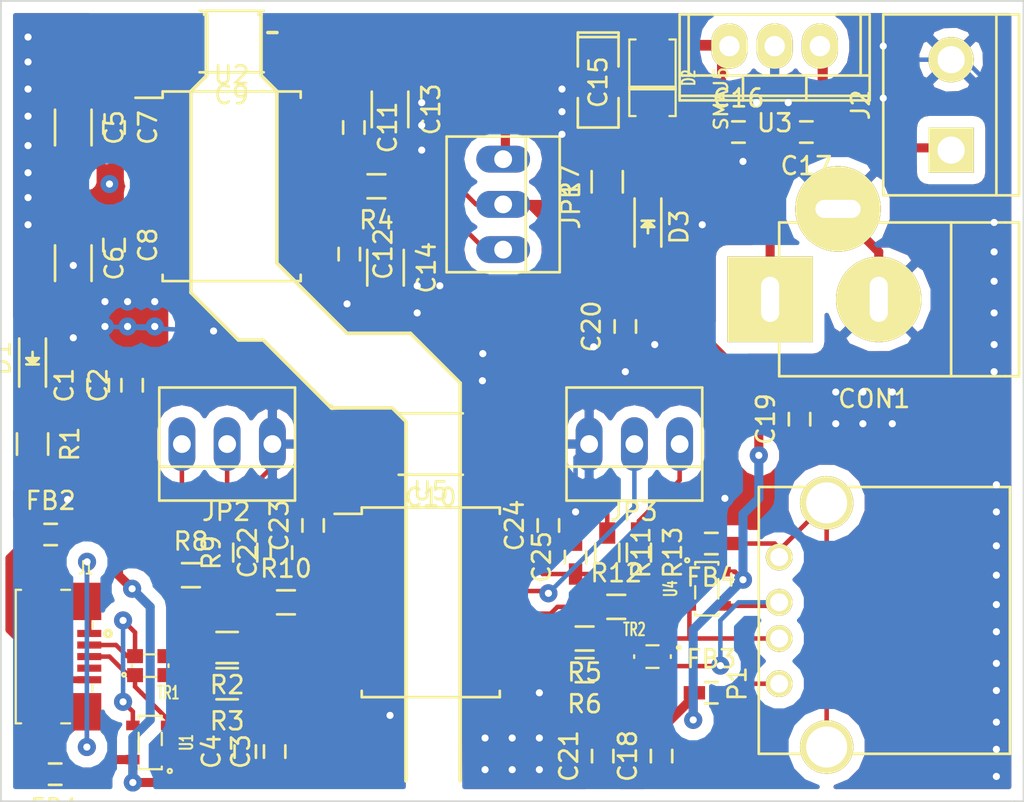
<source format=kicad_pcb>
(kicad_pcb (version 4) (host pcbnew 4.0.2-stable)
  (layers (0 F.Cu signal hide) (31 B.Cu signal hide) (34 B.Paste user) (35 F.Paste user) (36 B.SilkS user) (37 F.SilkS user) (38 B.Mask user) (39 F.Mask user) (44 Edge.Cuts user))
  (net 0 "")
  (net 1 +5V)
  (net 2 GND)
  (net 3 GNDA)
  (net 4 "Net-(C11-Pad1)")
  (net 5 "Net-(C15-Pad1)")
  (net 6 "Net-(C17-Pad1)")
  (net 7 "Net-(C22-Pad1)")
  (net 8 "Net-(C25-Pad1)")
  (net 9 "Net-(D1-Pad1)")
  (net 10 "Net-(D3-Pad1)")
  (net 11 "Net-(FB1-Pad2)")
  (net 12 "Net-(FB2-Pad1)")
  (net 13 "Net-(FB3-Pad2)")
  (net 14 "Net-(FB4-Pad1)")
  (net 15 "Net-(J1-Pad3)")
  (net 16 "Net-(J1-Pad2)")
  (net 17 "Net-(J1-Pad4)")
  (net 18 "Net-(JP2-Pad2)")
  (net 19 "Net-(JP2-Pad3)")
  (net 20 "Net-(JP3-Pad1)")
  (net 21 "Net-(JP3-Pad2)")
  (net 22 "Net-(P1-Pad3)")
  (net 23 "Net-(P1-Pad2)")
  (net 24 /ADUM4160/UD-)
  (net 25 "Net-(R2-Pad2)")
  (net 26 /ADUM4160/UD+)
  (net 27 "Net-(R3-Pad2)")
  (net 28 "Net-(R4-Pad2)")
  (net 29 "Net-(R5-Pad1)")
  (net 30 /ADUM4160/DD-)
  (net 31 "Net-(R6-Pad1)")
  (net 32 /ADUM4160/DD+)
  (net 33 "Net-(R10-Pad2)")
  (net 34 "Net-(R12-Pad1)")
  (net 35 "Net-(U2-Pad4)")
  (net 36 "Net-(U2-Pad5)")
  (net 37 "Net-(U2-Pad11)")
  (net 38 "Net-(U2-Pad12)")
  (net 39 "Net-(F1-Pad1)")
  (net 40 "Net-(F2-Pad1)")
  (net 41 "Net-(F3-Pad1)")
  (net 42 "Net-(F4-Pad1)")
  (net 43 +5V_iso)
  (module Housings_SOIC:SOIC-16_7.5x10.3mm_Pitch1.27mm (layer F.Cu) (at 190.5 51.308)
    (fp_text reference U2 (at 0 -6.25) (layer F.SilkS))
    (fp_text value ADUM5000)
    (pad 1 smd rect (at -4.65 -4.445) (size 1.5 0.6) (layers F.Cu F.Paste F.Mask) (net 1 +5V))
    (pad 2 smd rect (at -4.65 -3.175) (size 1.5 0.6) (layers F.Cu F.Paste F.Mask) (net 2 GND))
    (pad 3 smd rect (at -4.65 -1.905) (size 1.5 0.6) (layers F.Cu F.Paste F.Mask) (net 2 GND))
    (pad 4 smd rect (at -4.65 -0.635) (size 1.5 0.6) (layers F.Cu F.Paste F.Mask) (net 35 "Net-(U2-Pad4)"))
    (pad 5 smd rect (at -4.65 0.635) (size 1.5 0.6) (layers F.Cu F.Paste F.Mask) (net 36 "Net-(U2-Pad5)"))
    (pad 6 smd rect (at -4.65 1.905) (size 1.5 0.6) (layers F.Cu F.Paste F.Mask) (net 1 +5V))
    (pad 7 smd rect (at -4.65 3.175) (size 1.5 0.6) (layers F.Cu F.Paste F.Mask) (net 1 +5V))
    (pad 8 smd rect (at -4.65 4.445) (size 1.5 0.6) (layers F.Cu F.Paste F.Mask) (net 2 GND))
    (pad 9 smd rect (at 4.65 4.445) (size 1.5 0.6) (layers F.Cu F.Paste F.Mask) (net 3 GNDA))
    (pad 10 smd rect (at 4.65 3.175) (size 1.5 0.6) (layers F.Cu F.Paste F.Mask) (net 4 "Net-(C11-Pad1)"))
    (pad 11 smd rect (at 4.65 1.905) (size 1.5 0.6) (layers F.Cu F.Paste F.Mask) (net 37 "Net-(U2-Pad11)"))
    (pad 12 smd rect (at 4.65 0.635) (size 1.5 0.6) (layers F.Cu F.Paste F.Mask) (net 38 "Net-(U2-Pad12)"))
    (pad 13 smd rect (at 4.65 -0.635) (size 1.5 0.6) (layers F.Cu F.Paste F.Mask) (net 28 "Net-(R4-Pad2)"))
    (pad 14 smd rect (at 4.65 -1.905) (size 1.5 0.6) (layers F.Cu F.Paste F.Mask) (net 3 GNDA))
    (pad 15 smd rect (at 4.65 -3.175) (size 1.5 0.6) (layers F.Cu F.Paste F.Mask) (net 3 GNDA))
    (pad 16 smd rect (at 4.65 -4.445) (size 1.5 0.6) (layers F.Cu F.Paste F.Mask) (net 4 "Net-(C11-Pad1)"))
  )
  (module Resistors_SMD:R_0603_HandSoldering (layer F.Cu) (at 188.214 73.152)
    (fp_text reference R8 (at 0 -1.9) (layer F.SilkS))
    (fp_text value 10K)
    (pad 1 smd rect (at -1.1 0) (size 1.2 0.9) (layers F.Cu F.Paste F.Mask) (net 19 "Net-(JP2-Pad3)"))
    (pad 2 smd rect (at 1.1 0) (size 1.2 0.9) (layers F.Cu F.Paste F.Mask) (net 7 "Net-(C22-Pad1)"))
  )
  (module Capacitors_SMD:C_0603_HandSoldering (layer F.Cu) (at 183.007 62.484 90)
    (fp_text reference C1 (at 0 -1.9 90) (layer F.SilkS))
    (fp_text value 100nF)
    (pad 1 smd rect (at -0.95 0 90) (size 1.2 0.75) (layers F.Cu F.Paste F.Mask) (net 1 +5V))
    (pad 2 smd rect (at 0.95 0 90) (size 1.2 0.75) (layers F.Cu F.Paste F.Mask) (net 2 GND))
  )
  (module Capacitors_SMD:C_0603_HandSoldering (layer F.Cu) (at 184.912 62.484 90)
    (fp_text reference C2 (at 0 -1.9 90) (layer F.SilkS))
    (fp_text value 100nF)
    (pad 1 smd rect (at -0.95 0 90) (size 1.2 0.75) (layers F.Cu F.Paste F.Mask) (net 1 +5V))
    (pad 2 smd rect (at 0.95 0 90) (size 1.2 0.75) (layers F.Cu F.Paste F.Mask) (net 2 GND))
  )
  (module Capacitors_SMD:C_0603_HandSoldering (layer F.Cu) (at 192.913 83.058 90)
    (fp_text reference C3 (at 0 -1.9 90) (layer F.SilkS))
    (fp_text value 100nF)
    (pad 1 smd rect (at -0.95 0 90) (size 1.2 0.75) (layers F.Cu F.Paste F.Mask) (net 1 +5V))
    (pad 2 smd rect (at 0.95 0 90) (size 1.2 0.75) (layers F.Cu F.Paste F.Mask) (net 2 GND))
  )
  (module Capacitors_SMD:C_0603_HandSoldering (layer F.Cu) (at 191.262 83.058 90)
    (fp_text reference C4 (at 0 -1.9 90) (layer F.SilkS))
    (fp_text value 100nF)
    (pad 1 smd rect (at -0.95 0 90) (size 1.2 0.75) (layers F.Cu F.Paste F.Mask) (net 1 +5V))
    (pad 2 smd rect (at 0.95 0 90) (size 1.2 0.75) (layers F.Cu F.Paste F.Mask) (net 2 GND))
  )
  (module Capacitors_SMD:C_1206_HandSoldering (layer F.Cu) (at 181.61 48.006 270)
    (fp_text reference C5 (at 0 -2.3 270) (layer F.SilkS))
    (fp_text value 10uF)
    (pad 1 smd rect (at -2 0 270) (size 2 1.6) (layers F.Cu F.Paste F.Mask) (net 1 +5V))
    (pad 2 smd rect (at 2 0 270) (size 2 1.6) (layers F.Cu F.Paste F.Mask) (net 2 GND))
  )
  (module Capacitors_SMD:C_1206_HandSoldering (layer F.Cu) (at 181.61 55.626 270)
    (fp_text reference C6 (at 0 -2.3 270) (layer F.SilkS))
    (fp_text value 10uF)
    (pad 1 smd rect (at -2 0 270) (size 2 1.6) (layers F.Cu F.Paste F.Mask) (net 1 +5V))
    (pad 2 smd rect (at 2 0 270) (size 2 1.6) (layers F.Cu F.Paste F.Mask) (net 2 GND))
  )
  (module Capacitors_SMD:C_0603_HandSoldering (layer F.Cu) (at 183.896 48.006 270)
    (fp_text reference C7 (at 0 -1.9 270) (layer F.SilkS))
    (fp_text value 100nF)
    (pad 1 smd rect (at -0.95 0 270) (size 1.2 0.75) (layers F.Cu F.Paste F.Mask) (net 1 +5V))
    (pad 2 smd rect (at 0.95 0 270) (size 1.2 0.75) (layers F.Cu F.Paste F.Mask) (net 2 GND))
  )
  (module Capacitors_SMD:C_0603_HandSoldering (layer F.Cu) (at 183.896 54.61 270)
    (fp_text reference C8 (at 0 -1.9 270) (layer F.SilkS))
    (fp_text value 100nF)
    (pad 1 smd rect (at -0.95 0 270) (size 1.2 0.75) (layers F.Cu F.Paste F.Mask) (net 1 +5V))
    (pad 2 smd rect (at 0.95 0 270) (size 1.2 0.75) (layers F.Cu F.Paste F.Mask) (net 2 GND))
  )
  (module Capacitors_SMD:C_1812_HandSoldering (layer F.Cu) (at 190.5 43.18 180)
    (fp_text reference C9 (at 0 -3 180) (layer F.SilkS))
    (fp_text value 100nF)
    (pad 1 smd rect (at -2.9 0 180) (size 2.2 3) (layers F.Cu F.Paste F.Mask) (net 43 +5V_iso))
    (pad 2 smd rect (at 2.9 0 180) (size 2.2 3) (layers F.Cu F.Paste F.Mask) (net 1 +5V))
  )
  (module Capacitors_SMD:C_1812_HandSoldering (layer F.Cu) (at 201.676 65.786 180)
    (fp_text reference C10 (at 0 -3 180) (layer F.SilkS))
    (fp_text value 100nF)
    (pad 1 smd rect (at -2.9 0 180) (size 2.2 3) (layers F.Cu F.Paste F.Mask) (net 3 GNDA))
    (pad 2 smd rect (at 2.9 0 180) (size 2.2 3) (layers F.Cu F.Paste F.Mask) (net 2 GND))
  )
  (module Capacitors_SMD:C_0603_HandSoldering (layer F.Cu) (at 197.358 48.006 270)
    (fp_text reference C11 (at 0 -1.9 270) (layer F.SilkS))
    (fp_text value 100nF)
    (pad 1 smd rect (at -0.95 0 270) (size 1.2 0.75) (layers F.Cu F.Paste F.Mask) (net 4 "Net-(C11-Pad1)"))
    (pad 2 smd rect (at 0.95 0 270) (size 1.2 0.75) (layers F.Cu F.Paste F.Mask) (net 3 GNDA))
  )
  (module Capacitors_SMD:C_0603_HandSoldering (layer F.Cu) (at 197.104 55.118 270)
    (fp_text reference C12 (at 0 -1.9 270) (layer F.SilkS))
    (fp_text value 100nF)
    (pad 1 smd rect (at -0.95 0 270) (size 1.2 0.75) (layers F.Cu F.Paste F.Mask) (net 4 "Net-(C11-Pad1)"))
    (pad 2 smd rect (at 0.95 0 270) (size 1.2 0.75) (layers F.Cu F.Paste F.Mask) (net 3 GNDA))
  )
  (module Capacitors_SMD:C_1206_HandSoldering (layer F.Cu) (at 199.39 46.99 270)
    (fp_text reference C13 (at 0 -2.3 270) (layer F.SilkS))
    (fp_text value 10uF)
    (pad 1 smd rect (at -2 0 270) (size 2 1.6) (layers F.Cu F.Paste F.Mask) (net 4 "Net-(C11-Pad1)"))
    (pad 2 smd rect (at 2 0 270) (size 2 1.6) (layers F.Cu F.Paste F.Mask) (net 3 GNDA))
  )
  (module Capacitors_SMD:C_1206_HandSoldering (layer F.Cu) (at 199.136 55.88 270)
    (fp_text reference C14 (at 0 -2.3 270) (layer F.SilkS))
    (fp_text value 10uF)
    (pad 1 smd rect (at -2 0 270) (size 2 1.6) (layers F.Cu F.Paste F.Mask) (net 4 "Net-(C11-Pad1)"))
    (pad 2 smd rect (at 2 0 270) (size 2 1.6) (layers F.Cu F.Paste F.Mask) (net 3 GNDA))
  )
  (module SMD_Packages:SMD-1206_Pol (layer F.Cu) (at 211.074 45.466 270)
    (fp_text reference C15 (at 0 0 270) (layer F.SilkS))
    (fp_text value 10uF)
    (pad 1 smd rect (at -1.651 0 270) (size 1.524 2.032) (layers F.Cu F.Paste F.Mask) (net 5 "Net-(C15-Pad1)"))
    (pad 2 smd rect (at 1.651 0 270) (size 1.524 2.032) (layers F.Cu F.Paste F.Mask) (net 3 GNDA))
  )
  (module Capacitors_SMD:C_0603_HandSoldering (layer F.Cu) (at 218.948 48.26)
    (fp_text reference C16 (at 0 -1.9) (layer F.SilkS))
    (fp_text value 100nF)
    (pad 1 smd rect (at -0.95 0) (size 1.2 0.75) (layers F.Cu F.Paste F.Mask) (net 5 "Net-(C15-Pad1)"))
    (pad 2 smd rect (at 0.95 0) (size 1.2 0.75) (layers F.Cu F.Paste F.Mask) (net 3 GNDA))
  )
  (module Capacitors_SMD:C_0603_HandSoldering (layer F.Cu) (at 222.758 48.26 180)
    (fp_text reference C17 (at 0 -1.9 180) (layer F.SilkS))
    (fp_text value 100nF)
    (pad 1 smd rect (at -0.95 0 180) (size 1.2 0.75) (layers F.Cu F.Paste F.Mask) (net 6 "Net-(C17-Pad1)"))
    (pad 2 smd rect (at 0.95 0 180) (size 1.2 0.75) (layers F.Cu F.Paste F.Mask) (net 3 GNDA))
  )
  (module Capacitors_SMD:C_0603_HandSoldering (layer F.Cu) (at 214.63 83.312 90)
    (fp_text reference C18 (at 0 -1.9 90) (layer F.SilkS))
    (fp_text value 100nF)
    (pad 1 smd rect (at -0.95 0 90) (size 1.2 0.75) (layers F.Cu F.Paste F.Mask) (net 3 GNDA))
    (pad 2 smd rect (at 0.95 0 90) (size 1.2 0.75) (layers F.Cu F.Paste F.Mask) (net 43 +5V_iso))
  )
  (module Capacitors_SMD:C_0603_HandSoldering (layer F.Cu) (at 222.377 64.389 90)
    (fp_text reference C19 (at 0 -1.9 90) (layer F.SilkS))
    (fp_text value 100nF)
    (pad 1 smd rect (at -0.95 0 90) (size 1.2 0.75) (layers F.Cu F.Paste F.Mask) (net 3 GNDA))
    (pad 2 smd rect (at 0.95 0 90) (size 1.2 0.75) (layers F.Cu F.Paste F.Mask) (net 43 +5V_iso))
  )
  (module Capacitors_SMD:C_0603_HandSoldering (layer F.Cu) (at 212.598 59.182 90)
    (fp_text reference C20 (at 0 -1.9 90) (layer F.SilkS))
    (fp_text value 100nF)
    (pad 1 smd rect (at -0.95 0 90) (size 1.2 0.75) (layers F.Cu F.Paste F.Mask) (net 3 GNDA))
    (pad 2 smd rect (at 0.95 0 90) (size 1.2 0.75) (layers F.Cu F.Paste F.Mask) (net 43 +5V_iso))
  )
  (module Capacitors_SMD:C_0603_HandSoldering (layer F.Cu) (at 211.328 83.312 90)
    (fp_text reference C21 (at 0 -1.9 90) (layer F.SilkS))
    (fp_text value 100nF)
    (pad 1 smd rect (at -0.95 0 90) (size 1.2 0.75) (layers F.Cu F.Paste F.Mask) (net 3 GNDA))
    (pad 2 smd rect (at 0.95 0 90) (size 1.2 0.75) (layers F.Cu F.Paste F.Mask) (net 43 +5V_iso))
  )
  (module Capacitors_SMD:C_0603_HandSoldering (layer F.Cu) (at 193.294 71.882 90)
    (fp_text reference C22 (at 0 -1.9 90) (layer F.SilkS))
    (fp_text value 100nF)
    (pad 1 smd rect (at -0.95 0 90) (size 1.2 0.75) (layers F.Cu F.Paste F.Mask) (net 7 "Net-(C22-Pad1)"))
    (pad 2 smd rect (at 0.95 0 90) (size 1.2 0.75) (layers F.Cu F.Paste F.Mask) (net 2 GND))
  )
  (module Capacitors_SMD:C_0603_HandSoldering (layer F.Cu) (at 195.072 70.358 90)
    (fp_text reference C23 (at 0 -1.9 90) (layer F.SilkS))
    (fp_text value 100nF)
    (pad 1 smd rect (at -0.95 0 90) (size 1.2 0.75) (layers F.Cu F.Paste F.Mask) (net 2 GND))
    (pad 2 smd rect (at 0.95 0 90) (size 1.2 0.75) (layers F.Cu F.Paste F.Mask) (net 1 +5V))
  )
  (module Capacitors_SMD:C_0603_HandSoldering (layer F.Cu) (at 208.28 70.358 90)
    (fp_text reference C24 (at 0 -1.9 90) (layer F.SilkS))
    (fp_text value 100nF)
    (pad 1 smd rect (at -0.95 0 90) (size 1.2 0.75) (layers F.Cu F.Paste F.Mask) (net 3 GNDA))
    (pad 2 smd rect (at 0.95 0 90) (size 1.2 0.75) (layers F.Cu F.Paste F.Mask) (net 43 +5V_iso))
  )
  (module Capacitors_SMD:C_0603_HandSoldering (layer F.Cu) (at 209.804 72.136 90)
    (fp_text reference C25 (at 0 -1.9 90) (layer F.SilkS))
    (fp_text value 100nF)
    (pad 1 smd rect (at -0.95 0 90) (size 1.2 0.75) (layers F.Cu F.Paste F.Mask) (net 8 "Net-(C25-Pad1)"))
    (pad 2 smd rect (at 0.95 0 90) (size 1.2 0.75) (layers F.Cu F.Paste F.Mask) (net 3 GNDA))
  )
  (module Connect:JACK_ALIM (layer F.Cu) (at 226.822 57.658 180)
    (fp_text reference CON1 (at 0.254 -5.588 180) (layer F.SilkS))
    (fp_text value BARREL_JACK)
    (pad 2 thru_hole circle (at 0 0 180) (size 4.8006 4.8006) (drill oval 1.016 2.54) (layers *.Cu *.Mask F.SilkS) (net 3 GNDA))
    (pad 1 thru_hole rect (at 6.096 0 180) (size 4.8006 4.8006) (drill oval 1.016 2.54) (layers *.Cu *.Mask F.SilkS) (net 6 "Net-(C17-Pad1)"))
    (pad 3 thru_hole circle (at 2.286 5.08 180) (size 4.8006 4.8006) (drill oval 2.54 1.016) (layers *.Cu *.Mask F.SilkS) (net 3 GNDA))
  )
  (module LEDs:LED_0805 (layer F.Cu) (at 179.324 60.96 90)
    (fp_text reference D1 (at 0 -1.75 90) (layer F.SilkS))
    (fp_text value LED)
    (pad 2 smd rect (at 1.04902 0 270) (size 1.19888 1.19888) (layers F.Cu F.Paste F.Mask) (net 1 +5V))
    (pad 1 smd rect (at -1.04902 0 270) (size 1.19888 1.19888) (layers F.Cu F.Paste F.Mask) (net 9 "Net-(D1-Pad1)"))
  )
  (module LEDs:LED_0805 (layer F.Cu) (at 213.868 53.594 270)
    (fp_text reference D3 (at 0 -1.75 270) (layer F.SilkS))
    (fp_text value LED)
    (pad 2 smd rect (at 1.04902 0 90) (size 1.19888 1.19888) (layers F.Cu F.Paste F.Mask) (net 43 +5V_iso))
    (pad 1 smd rect (at -1.04902 0 90) (size 1.19888 1.19888) (layers F.Cu F.Paste F.Mask) (net 10 "Net-(D3-Pad1)"))
  )
  (module AislacionUSB:Fiducial_1mm (layer F.Cu) (at 198.12 83.693)
    (fp_text reference F1 hide)
    (fp_text value FIDUCIAL hide)
    (pad 1 smd circle (at 0 0) (size 1 1) (layers F.Cu F.Mask) (net 39 "Net-(F1-Pad1)"))
  )
  (module AislacionUSB:Fiducial_1mm (layer F.Cu) (at 184.023 43.18)
    (fp_text reference F2 hide)
    (fp_text value FIDUCIAL hide)
    (pad 1 smd circle (at 0 0) (size 1 1) (layers F.Cu F.Mask) (net 40 "Net-(F2-Pad1)"))
  )
  (module AislacionUSB:Fiducial_1mm (layer F.Cu) (at 217.678 83.566)
    (fp_text reference F3 hide)
    (fp_text value FIDUCIAL hide)
    (pad 1 smd circle (at 0 0) (size 1 1) (layers F.Cu F.Mask) (net 41 "Net-(F3-Pad1)"))
  )
  (module AislacionUSB:Fiducial_1mm (layer F.Cu) (at 231.902 64.643)
    (fp_text reference F4 hide)
    (fp_text value FIDUCIAL hide)
    (pad 1 smd circle (at 0 0) (size 1 1) (layers F.Cu F.Mask) (net 42 "Net-(F4-Pad1)"))
  )
  (module Capacitors_SMD:C_0603_HandSoldering (layer F.Cu) (at 180.594 84.328 180)
    (fp_text reference FB1 (at 0 -1.9 180) (layer F.SilkS))
    (fp_text value MMZ1608B601C)
    (pad 1 smd rect (at -0.95 0 180) (size 1.2 0.75) (layers F.Cu F.Paste F.Mask) (net 1 +5V))
    (pad 2 smd rect (at 0.95 0 180) (size 1.2 0.75) (layers F.Cu F.Paste F.Mask) (net 11 "Net-(FB1-Pad2)"))
  )
  (module Capacitors_SMD:C_0603_HandSoldering (layer F.Cu) (at 180.34 70.866)
    (fp_text reference FB2 (at 0 -1.9) (layer F.SilkS))
    (fp_text value MMZ1608B601C)
    (pad 1 smd rect (at -0.95 0) (size 1.2 0.75) (layers F.Cu F.Paste F.Mask) (net 12 "Net-(FB2-Pad1)"))
    (pad 2 smd rect (at 0.95 0) (size 1.2 0.75) (layers F.Cu F.Paste F.Mask) (net 2 GND))
  )
  (module Capacitors_SMD:C_0603_HandSoldering (layer F.Cu) (at 217.424 79.756)
    (fp_text reference FB3 (at 0 -1.9) (layer F.SilkS))
    (fp_text value MMZ1608B601C)
    (pad 1 smd rect (at -0.95 0) (size 1.2 0.75) (layers F.Cu F.Paste F.Mask) (net 43 +5V_iso))
    (pad 2 smd rect (at 0.95 0) (size 1.2 0.75) (layers F.Cu F.Paste F.Mask) (net 13 "Net-(FB3-Pad2)"))
  )
  (module Capacitors_SMD:C_0603_HandSoldering (layer F.Cu) (at 217.424 71.374 180)
    (fp_text reference FB4 (at 0 -1.9 180) (layer F.SilkS))
    (fp_text value MMZ1608B601C)
    (pad 1 smd rect (at -0.95 0 180) (size 1.2 0.75) (layers F.Cu F.Paste F.Mask) (net 14 "Net-(FB4-Pad1)"))
    (pad 2 smd rect (at 0.95 0 180) (size 1.2 0.75) (layers F.Cu F.Paste F.Mask) (net 3 GNDA))
  )
  (module AislacionUSB:USB_MicroAB (layer F.Cu) (at 179.832 77.724 270)
    (fp_text reference J1 (at -4.985 -2.482 360) (layer F.SilkS) (effects (font (size 0.7112 0.4572) (thickness 0.1143))))
    (fp_text value MICRO_USB (at 0.32 2.83 270) (layer F.SilkS) (effects (font (size 0.7112 0.4572) (thickness 0.1143))))
    (pad 3 smd rect (at 0 -2.675 270) (size 0.4 1.35) (layers F.Cu F.Paste F.Mask) (net 15 "Net-(J1-Pad3)"))
    (pad 2 smd rect (at -0.65 -2.675 270) (size 0.4 1.35) (layers F.Cu F.Paste F.Mask) (net 16 "Net-(J1-Pad2)"))
    (pad 4 smd rect (at 0.65 -2.675 270) (size 0.4 1.35) (layers F.Cu F.Paste F.Mask) (net 17 "Net-(J1-Pad4)"))
    (pad 1 smd rect (at -1.3 -2.675 270) (size 0.4 1.35) (layers F.Cu F.Paste F.Mask) (net 11 "Net-(FB1-Pad2)"))
    (pad 5 smd rect (at 1.3 -2.675 270) (size 0.4 1.35) (layers F.Cu F.Paste F.Mask) (net 12 "Net-(FB2-Pad1)"))
    (pad 6 smd rect (at -3.1 -2.55 270) (size 2.1 1.6) (layers F.Cu F.Paste F.Mask) (net 11 "Net-(FB1-Pad2)"))
    (pad 6 smd rect (at 3.1 -2.55 270) (size 2.1 1.6) (layers F.Cu F.Paste F.Mask) (net 11 "Net-(FB1-Pad2)"))
    (pad 7 smd rect (at -4 0 270) (size 1.8 1.9) (layers F.Cu F.Paste F.Mask) (net 11 "Net-(FB1-Pad2)"))
    (pad 7 smd rect (at 4 0 270) (size 1.8 1.9) (layers F.Cu F.Paste F.Mask) (net 11 "Net-(FB1-Pad2)"))
    (pad 8 smd rect (at -1.2 0 270) (size 1.9 1.9) (layers F.Cu F.Paste F.Mask) (net 12 "Net-(FB2-Pad1)"))
    (pad 9 smd rect (at 1.2 0 270) (size 1.9 1.9) (layers F.Cu F.Paste F.Mask) (net 12 "Net-(FB2-Pad1)"))
  )
  (module Connect:bornier2 (layer F.Cu) (at 230.886 46.736 90)
    (fp_text reference J2 (at 0 -5.08 90) (layer F.SilkS))
    (fp_text value IN_VCC)
    (pad 1 thru_hole rect (at -2.54 0 90) (size 2.54 2.54) (drill 1.524) (layers *.Cu *.Mask F.SilkS) (net 6 "Net-(C17-Pad1)"))
    (pad 2 thru_hole circle (at 2.54 0 90) (size 2.54 2.54) (drill 1.524) (layers *.Cu *.Mask F.SilkS) (net 3 GNDA))
  )
  (module Connect:PINHEAD1-3 (layer F.Cu) (at 205.74 52.324 270)
    (fp_text reference JP1 (at 0.05 -3.8 270) (layer F.SilkS))
    (fp_text value JUMPER3)
    (pad 1 thru_hole oval (at -2.54 0 270) (size 1.50622 3.01498) (drill 0.99822) (layers *.Cu *.Mask) (net 5 "Net-(C15-Pad1)"))
    (pad 2 thru_hole oval (at 0 0 270) (size 1.50622 3.01498) (drill 0.99822) (layers *.Cu *.Mask) (net 43 +5V_iso))
    (pad 3 thru_hole oval (at 2.54 0 270) (size 1.50622 3.01498) (drill 0.99822) (layers *.Cu *.Mask) (net 4 "Net-(C11-Pad1)"))
  )
  (module Connect:PINHEAD1-3 (layer F.Cu) (at 190.246 65.786 180)
    (fp_text reference JP2 (at 0.05 -3.8 180) (layer F.SilkS))
    (fp_text value JUMPER3)
    (pad 1 thru_hole oval (at -2.54 0 180) (size 1.50622 3.01498) (drill 0.99822) (layers *.Cu *.Mask) (net 2 GND))
    (pad 2 thru_hole oval (at 0 0 180) (size 1.50622 3.01498) (drill 0.99822) (layers *.Cu *.Mask) (net 18 "Net-(JP2-Pad2)"))
    (pad 3 thru_hole oval (at 2.54 0 180) (size 1.50622 3.01498) (drill 0.99822) (layers *.Cu *.Mask) (net 19 "Net-(JP2-Pad3)"))
  )
  (module Connect:PINHEAD1-3 (layer F.Cu) (at 213.106 65.786 180)
    (fp_text reference JP3 (at 0.05 -3.8 180) (layer F.SilkS))
    (fp_text value JUMPER3)
    (pad 1 thru_hole oval (at -2.54 0 180) (size 1.50622 3.01498) (drill 0.99822) (layers *.Cu *.Mask) (net 20 "Net-(JP3-Pad1)"))
    (pad 2 thru_hole oval (at 0 0 180) (size 1.50622 3.01498) (drill 0.99822) (layers *.Cu *.Mask) (net 21 "Net-(JP3-Pad2)"))
    (pad 3 thru_hole oval (at 2.54 0 180) (size 1.50622 3.01498) (drill 0.99822) (layers *.Cu *.Mask) (net 3 GNDA))
  )
  (module Connect:USB_A (layer F.Cu) (at 221.234 79.248 90)
    (fp_text reference P1 (at 0 -2.35 90) (layer F.SilkS))
    (fp_text value USB_A)
    (pad 4 thru_hole circle (at 7.11286 -0.00212) (size 1.50114 1.50114) (drill 1.00076) (layers *.Cu *.Mask F.SilkS) (net 14 "Net-(FB4-Pad1)"))
    (pad 3 thru_hole circle (at 4.57286 -0.00212) (size 1.50114 1.50114) (drill 1.00076) (layers *.Cu *.Mask F.SilkS) (net 22 "Net-(P1-Pad3)"))
    (pad 2 thru_hole circle (at 2.54086 -0.00212) (size 1.50114 1.50114) (drill 1.00076) (layers *.Cu *.Mask F.SilkS) (net 23 "Net-(P1-Pad2)"))
    (pad 1 thru_hole circle (at 0.00086 -0.00212) (size 1.50114 1.50114) (drill 1.00076) (layers *.Cu *.Mask F.SilkS) (net 13 "Net-(FB3-Pad2)"))
    (pad 5 thru_hole circle (at 10.16086 2.66488) (size 2.99974 2.99974) (drill 2.30124) (layers *.Cu *.Mask F.SilkS) (net 14 "Net-(FB4-Pad1)"))
    (pad 5 thru_hole circle (at -3.55514 2.66488) (size 2.99974 2.99974) (drill 2.30124) (layers *.Cu *.Mask F.SilkS) (net 14 "Net-(FB4-Pad1)"))
  )
  (module Resistors_SMD:R_0805_HandSoldering (layer F.Cu) (at 179.324 65.786 270)
    (fp_text reference R1 (at 0 -2.1 270) (layer F.SilkS))
    (fp_text value 390)
    (pad 1 smd rect (at -1.35 0 270) (size 1.5 1.3) (layers F.Cu F.Paste F.Mask) (net 9 "Net-(D1-Pad1)"))
    (pad 2 smd rect (at 1.35 0 270) (size 1.5 1.3) (layers F.Cu F.Paste F.Mask) (net 2 GND))
  )
  (module Resistors_SMD:R_0805_HandSoldering (layer F.Cu) (at 190.246 77.216 180)
    (fp_text reference R2 (at 0 -2.1 180) (layer F.SilkS))
    (fp_text value 24)
    (pad 1 smd rect (at -1.35 0 180) (size 1.5 1.3) (layers F.Cu F.Paste F.Mask) (net 24 /ADUM4160/UD-))
    (pad 2 smd rect (at 1.35 0 180) (size 1.5 1.3) (layers F.Cu F.Paste F.Mask) (net 25 "Net-(R2-Pad2)"))
  )
  (module Resistors_SMD:R_0805_HandSoldering (layer F.Cu) (at 190.246 79.248 180)
    (fp_text reference R3 (at 0 -2.1 180) (layer F.SilkS))
    (fp_text value 24)
    (pad 1 smd rect (at -1.35 0 180) (size 1.5 1.3) (layers F.Cu F.Paste F.Mask) (net 26 /ADUM4160/UD+))
    (pad 2 smd rect (at 1.35 0 180) (size 1.5 1.3) (layers F.Cu F.Paste F.Mask) (net 27 "Net-(R3-Pad2)"))
  )
  (module Resistors_SMD:R_0603_HandSoldering (layer F.Cu) (at 198.628 51.308 180)
    (fp_text reference R4 (at 0 -1.9 180) (layer F.SilkS))
    (fp_text value o)
    (pad 1 smd rect (at -1.1 0 180) (size 1.2 0.9) (layers F.Cu F.Paste F.Mask) (net 4 "Net-(C11-Pad1)"))
    (pad 2 smd rect (at 1.1 0 180) (size 1.2 0.9) (layers F.Cu F.Paste F.Mask) (net 28 "Net-(R4-Pad2)"))
  )
  (module Resistors_SMD:R_0603_HandSoldering (layer F.Cu) (at 210.312 76.708 180)
    (fp_text reference R5 (at 0 -1.9 180) (layer F.SilkS))
    (fp_text value 24)
    (pad 1 smd rect (at -1.1 0 180) (size 1.2 0.9) (layers F.Cu F.Paste F.Mask) (net 29 "Net-(R5-Pad1)"))
    (pad 2 smd rect (at 1.1 0 180) (size 1.2 0.9) (layers F.Cu F.Paste F.Mask) (net 30 /ADUM4160/DD-))
  )
  (module Resistors_SMD:R_0603_HandSoldering (layer F.Cu) (at 210.312 78.486 180)
    (fp_text reference R6 (at 0 -1.9 180) (layer F.SilkS))
    (fp_text value 24)
    (pad 1 smd rect (at -1.1 0 180) (size 1.2 0.9) (layers F.Cu F.Paste F.Mask) (net 31 "Net-(R6-Pad1)"))
    (pad 2 smd rect (at 1.1 0 180) (size 1.2 0.9) (layers F.Cu F.Paste F.Mask) (net 32 /ADUM4160/DD+))
  )
  (module Resistors_SMD:R_0805_HandSoldering (layer F.Cu) (at 211.582 51.054 90)
    (fp_text reference R7 (at 0 -2.1 90) (layer F.SilkS))
    (fp_text value 390)
    (pad 1 smd rect (at -1.35 0 90) (size 1.5 1.3) (layers F.Cu F.Paste F.Mask) (net 10 "Net-(D3-Pad1)"))
    (pad 2 smd rect (at 1.35 0 90) (size 1.5 1.3) (layers F.Cu F.Paste F.Mask) (net 3 GNDA))
  )
  (module Resistors_SMD:R_0603_HandSoldering (layer F.Cu) (at 191.262 71.882 90)
    (fp_text reference R9 (at 0 -1.9 90) (layer F.SilkS))
    (fp_text value 10K)
    (pad 1 smd rect (at -1.1 0 90) (size 1.2 0.9) (layers F.Cu F.Paste F.Mask) (net 7 "Net-(C22-Pad1)"))
    (pad 2 smd rect (at 1.1 0 90) (size 1.2 0.9) (layers F.Cu F.Paste F.Mask) (net 1 +5V))
  )
  (module Resistors_SMD:R_0603_HandSoldering (layer F.Cu) (at 193.548 74.676)
    (fp_text reference R10 (at 0 -1.9) (layer F.SilkS))
    (fp_text value o)
    (pad 1 smd rect (at -1.1 0) (size 1.2 0.9) (layers F.Cu F.Paste F.Mask) (net 7 "Net-(C22-Pad1)"))
    (pad 2 smd rect (at 1.1 0) (size 1.2 0.9) (layers F.Cu F.Paste F.Mask) (net 33 "Net-(R10-Pad2)"))
  )
  (module Resistors_SMD:R_0603_HandSoldering (layer F.Cu) (at 211.582 71.882 270)
    (fp_text reference R11 (at 0 -1.9 270) (layer F.SilkS))
    (fp_text value 10K)
    (pad 1 smd rect (at -1.1 0 270) (size 1.2 0.9) (layers F.Cu F.Paste F.Mask) (net 43 +5V_iso))
    (pad 2 smd rect (at 1.1 0 270) (size 1.2 0.9) (layers F.Cu F.Paste F.Mask) (net 8 "Net-(C25-Pad1)"))
  )
  (module Resistors_SMD:R_0603_HandSoldering (layer F.Cu) (at 212.09 74.93)
    (fp_text reference R12 (at 0 -1.9) (layer F.SilkS))
    (fp_text value 10K)
    (pad 1 smd rect (at -1.1 0) (size 1.2 0.9) (layers F.Cu F.Paste F.Mask) (net 34 "Net-(R12-Pad1)"))
    (pad 2 smd rect (at 1.1 0) (size 1.2 0.9) (layers F.Cu F.Paste F.Mask) (net 8 "Net-(C25-Pad1)"))
  )
  (module Resistors_SMD:R_0603_HandSoldering (layer F.Cu) (at 213.36 71.882 270)
    (fp_text reference R13 (at 0 -1.9 270) (layer F.SilkS))
    (fp_text value 10K)
    (pad 1 smd rect (at -1.1 0 270) (size 1.2 0.9) (layers F.Cu F.Paste F.Mask) (net 20 "Net-(JP3-Pad1)"))
    (pad 2 smd rect (at 1.1 0 270) (size 1.2 0.9) (layers F.Cu F.Paste F.Mask) (net 8 "Net-(C25-Pad1)"))
  )
  (module AislacionUSB:SRF2012 (layer F.Cu) (at 185.928 78.232)
    (fp_text reference TR1 (at 1.016 1.524) (layer F.SilkS) (effects (font (size 0.7112 0.4572) (thickness 0.1143))))
    (fp_text value SRF2012 hide)
    (pad 1 smd rect (at -0.8509 0.5334) (size 0.889 0.7874) (layers F.Cu F.Paste F.Mask) (net 15 "Net-(J1-Pad3)"))
    (pad 4 smd rect (at -0.8509 -0.5334) (size 0.889 0.7874) (layers F.Cu F.Paste F.Mask) (net 16 "Net-(J1-Pad2)"))
    (pad 2 smd rect (at 0.8509 0.5334) (size 0.889 0.7874) (layers F.Cu F.Paste F.Mask) (net 27 "Net-(R3-Pad2)"))
    (pad 3 smd rect (at 0.8509 -0.5334) (size 0.889 0.7874) (layers F.Cu F.Paste F.Mask) (net 25 "Net-(R2-Pad2)"))
  )
  (module AislacionUSB:SRF2012 (layer F.Cu) (at 214.122 77.724 180)
    (fp_text reference TR2 (at 1.016 1.524 180) (layer F.SilkS) (effects (font (size 0.7112 0.4572) (thickness 0.1143))))
    (fp_text value SRF2012 hide)
    (pad 1 smd rect (at -0.8509 0.5334 180) (size 0.889 0.7874) (layers F.Cu F.Paste F.Mask) (net 23 "Net-(P1-Pad2)"))
    (pad 4 smd rect (at -0.8509 -0.5334 180) (size 0.889 0.7874) (layers F.Cu F.Paste F.Mask) (net 22 "Net-(P1-Pad3)"))
    (pad 2 smd rect (at 0.8509 0.5334 180) (size 0.889 0.7874) (layers F.Cu F.Paste F.Mask) (net 29 "Net-(R5-Pad1)"))
    (pad 3 smd rect (at 0.8509 -0.5334 180) (size 0.889 0.7874) (layers F.Cu F.Paste F.Mask) (net 31 "Net-(R6-Pad1)"))
  )
  (module AislacionUSB:SOT-143-4 (layer F.Cu) (at 185.928 82.55 90)
    (fp_text reference U1 (at 0 2.032 90) (layer F.SilkS) (effects (font (size 0.7112 0.4572) (thickness 0.1143))))
    (fp_text value PRTR5V0U2X hide)
    (pad 1 smd rect (at -0.76 0.975 90) (size 0.96 0.75) (layers F.Cu F.Paste F.Mask) (net 2 GND))
    (pad 3 smd rect (at 0.96 -0.975 90) (size 0.54 0.75) (layers F.Cu F.Paste F.Mask) (net 16 "Net-(J1-Pad2)"))
    (pad 2 smd rect (at 0.96 0.975 90) (size 0.54 0.75) (layers F.Cu F.Paste F.Mask) (net 15 "Net-(J1-Pad3)"))
    (pad 4 smd rect (at -0.96 -0.975 90) (size 0.54 0.75) (layers F.Cu F.Paste F.Mask) (net 1 +5V))
  )
  (module Power_Integrations:TO-220 (layer F.Cu) (at 220.98 43.434 180)
    (fp_text reference U3 (at 0 -4.318 180) (layer F.SilkS))
    (fp_text value 7805)
    (pad 2 thru_hole oval (at 0 0 180) (size 2.032 2.54) (drill 1.143) (layers *.Cu *.Mask F.SilkS) (net 3 GNDA))
    (pad 3 thru_hole oval (at 2.54 0 180) (size 2.032 2.54) (drill 1.143) (layers *.Cu *.Mask F.SilkS) (net 5 "Net-(C15-Pad1)"))
    (pad 1 thru_hole oval (at -2.54 0 180) (size 2.032 2.54) (drill 1.143) (layers *.Cu *.Mask F.SilkS) (net 6 "Net-(C17-Pad1)"))
  )
  (module AislacionUSB:SOT-143-4 (layer F.Cu) (at 217.17 73.914 270)
    (fp_text reference U4 (at 0 2.032 270) (layer F.SilkS) (effects (font (size 0.7112 0.4572) (thickness 0.1143))))
    (fp_text value PRTR5V0U2X hide)
    (pad 1 smd rect (at -0.76 0.975 270) (size 0.96 0.75) (layers F.Cu F.Paste F.Mask) (net 3 GNDA))
    (pad 3 smd rect (at 0.96 -0.975 270) (size 0.54 0.75) (layers F.Cu F.Paste F.Mask) (net 22 "Net-(P1-Pad3)"))
    (pad 2 smd rect (at 0.96 0.975 270) (size 0.54 0.75) (layers F.Cu F.Paste F.Mask) (net 23 "Net-(P1-Pad2)"))
    (pad 4 smd rect (at -0.96 -0.975 270) (size 0.54 0.75) (layers F.Cu F.Paste F.Mask) (net 43 +5V_iso))
  )
  (module Housings_SOIC:SOIC-16_7.5x10.3mm_Pitch1.27mm (layer F.Cu) (at 201.676 74.676)
    (fp_text reference U5 (at 0 -6.25) (layer F.SilkS))
    (fp_text value ADUM4160)
    (pad 1 smd rect (at -4.65 -4.445) (size 1.5 0.6) (layers F.Cu F.Paste F.Mask) (net 1 +5V))
    (pad 2 smd rect (at -4.65 -3.175) (size 1.5 0.6) (layers F.Cu F.Paste F.Mask) (net 2 GND))
    (pad 3 smd rect (at -4.65 -1.905) (size 1.5 0.6) (layers F.Cu F.Paste F.Mask) (net 7 "Net-(C22-Pad1)"))
    (pad 4 smd rect (at -4.65 -0.635) (size 1.5 0.6) (layers F.Cu F.Paste F.Mask) (net 33 "Net-(R10-Pad2)"))
    (pad 5 smd rect (at -4.65 0.635) (size 1.5 0.6) (layers F.Cu F.Paste F.Mask) (net 18 "Net-(JP2-Pad2)"))
    (pad 6 smd rect (at -4.65 1.905) (size 1.5 0.6) (layers F.Cu F.Paste F.Mask) (net 24 /ADUM4160/UD-))
    (pad 7 smd rect (at -4.65 3.175) (size 1.5 0.6) (layers F.Cu F.Paste F.Mask) (net 26 /ADUM4160/UD+))
    (pad 8 smd rect (at -4.65 4.445) (size 1.5 0.6) (layers F.Cu F.Paste F.Mask) (net 2 GND))
    (pad 9 smd rect (at 4.65 4.445) (size 1.5 0.6) (layers F.Cu F.Paste F.Mask) (net 3 GNDA))
    (pad 10 smd rect (at 4.65 3.175) (size 1.5 0.6) (layers F.Cu F.Paste F.Mask) (net 32 /ADUM4160/DD+))
    (pad 11 smd rect (at 4.65 1.905) (size 1.5 0.6) (layers F.Cu F.Paste F.Mask) (net 30 /ADUM4160/DD-))
    (pad 12 smd rect (at 4.65 0.635) (size 1.5 0.6) (layers F.Cu F.Paste F.Mask) (net 34 "Net-(R12-Pad1)"))
    (pad 13 smd rect (at 4.65 -0.635) (size 1.5 0.6) (layers F.Cu F.Paste F.Mask) (net 21 "Net-(JP3-Pad2)"))
    (pad 14 smd rect (at 4.65 -1.905) (size 1.5 0.6) (layers F.Cu F.Paste F.Mask) (net 8 "Net-(C25-Pad1)"))
    (pad 15 smd rect (at 4.65 -3.175) (size 1.5 0.6) (layers F.Cu F.Paste F.Mask) (net 3 GNDA))
    (pad 16 smd rect (at 4.65 -4.445) (size 1.5 0.6) (layers F.Cu F.Paste F.Mask) (net 43 +5V_iso))
  )
  (module AislacionUSB:DO-214AC_SMA (layer F.Cu) (at 214.122 45.212 270)
    (fp_text reference D2 (at 0 -2.032 270) (layer F.SilkS) (effects (font (size 0.7112 0.4572) (thickness 0.1143))))
    (fp_text value SMAJ5.0A (at 0.3 -3.85 270) (layer F.SilkS) (effects (font (size 0.762 0.762) (thickness 0.127))))
    (pad 2 smd rect (at 2 0 270) (size 2.5 1.7) (layers F.Cu F.Paste F.Mask) (net 3 GNDA))
    (pad 1 smd rect (at -2 0 270) (size 2.5 1.7) (layers F.Cu F.Paste F.Mask) (net 5 "Net-(C15-Pad1)"))
  )
  (gr_line (start 188.214 45.974) (end 188.341 45.974) (angle 90) (layer F.SilkS) (width 0.2))
  (gr_line (start 188.214 57.277) (end 188.214 45.974) (angle 90) (layer F.SilkS) (width 0.2))
  (gr_line (start 190.881 59.944) (end 188.214 57.277) (angle 90) (layer F.SilkS) (width 0.2))
  (gr_line (start 196.088 63.754) (end 196.088 63.627) (angle 90) (layer F.SilkS) (width 0.2))
  (gr_line (start 199.517 63.754) (end 196.088 63.754) (angle 90) (layer F.SilkS) (width 0.2))
  (gr_line (start 192.278 59.944) (end 196.088 63.754) (angle 90) (layer F.SilkS) (width 0.2))
  (gr_line (start 190.881 59.944) (end 192.278 59.944) (angle 90) (layer F.SilkS) (width 0.2))
  (gr_line (start 189.103 41.656) (end 188.976 41.656) (angle 90) (layer F.SilkS) (width 0.2))
  (gr_line (start 189.103 45.085) (end 189.103 41.656) (angle 90) (layer F.SilkS) (width 0.2))
  (gr_line (start 188.214 45.974) (end 189.103 45.085) (angle 90) (layer F.SilkS) (width 0.2))
  (gr_line (start 192.151 41.656) (end 192.024 41.656) (angle 90) (layer F.SilkS) (width 0.2))
  (gr_line (start 192.151 45.085) (end 192.151 41.656) (angle 90) (layer F.SilkS) (width 0.2))
  (gr_line (start 193.04 45.974) (end 192.151 45.085) (angle 90) (layer F.SilkS) (width 0.2))
  (gr_line (start 193.04 55.626) (end 193.04 45.974) (angle 90) (layer F.SilkS) (width 0.2))
  (gr_line (start 196.977 59.563) (end 193.04 55.626) (angle 90) (layer F.SilkS) (width 0.2))
  (gr_line (start 200.533 59.563) (end 196.977 59.563) (angle 90) (layer F.SilkS) (width 0.2))
  (gr_line (start 201.041 60.071) (end 200.533 59.563) (angle 90) (layer F.SilkS) (width 0.2))
  (gr_line (start 203.327 62.357) (end 201.041 60.071) (angle 90) (layer F.SilkS) (width 0.2))
  (gr_line (start 203.327 84.709) (end 203.327 62.357) (angle 90) (layer F.SilkS) (width 0.2))
  (gr_line (start 203.327 64.135) (end 203.327 84.709) (angle 90) (layer F.SilkS) (width 0.2))
  (gr_line (start 200.279 69.342) (end 200.279 84.709) (angle 90) (layer F.SilkS) (width 0.2))
  (gr_line (start 200.279 67.691) (end 200.279 69.342) (angle 90) (layer F.SilkS) (width 0.2))
  (gr_line (start 200.279 64.516) (end 200.279 67.691) (angle 90) (layer F.SilkS) (width 0.2))
  (gr_line (start 199.517 63.754) (end 200.279 64.516) (angle 90) (layer F.SilkS) (width 0.2))
  (gr_line (start 193.04 42.672) (end 192.532 42.672) (angle 90) (layer F.SilkS) (width 0.2))
  (gr_line (start 234.95 85.852) (end 234.442 85.852) (angle 90) (layer Edge.Cuts) (width 0.1))
  (gr_line (start 234.95 40.894) (end 234.95 85.852) (angle 90) (layer Edge.Cuts) (width 0.1))
  (gr_line (start 177.546 40.894) (end 234.95 40.894) (angle 90) (layer Edge.Cuts) (width 0.1))
  (gr_line (start 177.546 85.852) (end 177.546 40.894) (angle 90) (layer Edge.Cuts) (width 0.1))
  (gr_line (start 234.442 85.852) (end 177.546 85.852) (angle 90) (layer Edge.Cuts) (width 0.1))
  (via (at 184.658 59.182) (size 1.016) (drill 0.4) (layers F.Cu B.Cu) (net 0))
  (via (at 186.182 59.182) (size 1.016) (drill 0.4) (layers F.Cu B.Cu) (net 0))
  (segment (start 184.658 59.182) (end 186.182 59.182) (width 0.254) (layer B.Cu) (net 0))
  (via (at 183.642 51.181) (size 1.016) (drill 0.4) (layers F.Cu B.Cu) (net 0))
  (segment (start 183.896 47.056) (end 182.66 47.056) (width 0.508) (layer F.Cu) (net 1))
  (segment (start 182.66 47.056) (end 181.61 46.006) (width 0.508) (layer F.Cu) (net 1))
  (segment (start 183.896 53.66) (end 181.644 53.66) (width 0.508) (layer F.Cu) (net 1))
  (segment (start 181.644 53.66) (end 181.61 53.626) (width 0.508) (layer F.Cu) (net 1))
  (segment (start 184.785 53.213) (end 184.338 53.66) (width 0.254) (layer F.Cu) (net 1))
  (segment (start 187.579 47.244) (end 187.579 43.201) (width 0.508) (layer F.Cu) (net 1))
  (segment (start 187.579 43.201) (end 187.6 43.18) (width 0.508) (layer F.Cu) (net 1))
  (segment (start 187.579 60.96) (end 187.579 47.244) (width 0.508) (layer F.Cu) (net 1))
  (segment (start 185.105 63.434) (end 187.198 61.341) (width 0.508) (layer F.Cu) (net 1))
  (segment (start 187.198 61.341) (end 187.579 60.96) (width 0.508) (layer F.Cu) (net 1))
  (segment (start 187.198 46.863) (end 185.85 46.863) (width 0.508) (layer F.Cu) (net 1))
  (segment (start 187.579 47.244) (end 187.198 46.863) (width 0.508) (layer F.Cu) (net 1))
  (segment (start 184.912 63.434) (end 185.105 63.434) (width 0.508) (layer F.Cu) (net 1))
  (segment (start 184.912 63.434) (end 183.007 63.434) (width 0.508) (layer F.Cu) (net 1))
  (segment (start 184.15 64.643) (end 184.15 64.196) (width 0.508) (layer F.Cu) (net 1))
  (segment (start 184.15 64.196) (end 184.912 63.434) (width 0.508) (layer F.Cu) (net 1))
  (segment (start 184.912 73.914) (end 184.15 73.152) (width 0.508) (layer F.Cu) (net 1))
  (segment (start 184.15 73.152) (end 184.15 64.643) (width 0.508) (layer F.Cu) (net 1))
  (segment (start 185.42 81.788) (end 185.928 81.28) (width 0.508) (layer B.Cu) (net 1))
  (segment (start 185.928 74.93) (end 184.912 73.914) (width 0.508) (layer B.Cu) (net 1))
  (segment (start 185.928 81.28) (end 185.928 74.93) (width 0.508) (layer B.Cu) (net 1))
  (segment (start 184.953 84.795) (end 184.953 82.255) (width 0.508) (layer B.Cu) (net 1))
  (segment (start 184.953 82.255) (end 185.42 81.788) (width 0.508) (layer B.Cu) (net 1))
  (segment (start 191.262 84.008) (end 192.913 84.008) (width 0.508) (layer F.Cu) (net 1))
  (segment (start 184.953 84.795) (end 187.874 84.795) (width 0.508) (layer F.Cu) (net 1))
  (segment (start 187.874 84.795) (end 188.468 84.201) (width 0.508) (layer F.Cu) (net 1))
  (segment (start 188.468 84.201) (end 191.069 84.201) (width 0.508) (layer F.Cu) (net 1))
  (segment (start 191.069 84.201) (end 191.262 84.008) (width 0.508) (layer F.Cu) (net 1))
  (segment (start 184.953 83.51) (end 184.953 84.795) (width 0.508) (layer F.Cu) (net 1))
  (segment (start 181.544 84.328) (end 182.88 84.328) (width 0.508) (layer F.Cu) (net 1))
  (segment (start 182.88 84.328) (end 183.698 83.51) (width 0.508) (layer F.Cu) (net 1))
  (segment (start 183.698 83.51) (end 184.953 83.51) (width 0.508) (layer F.Cu) (net 1))
  (segment (start 191.262 84.008) (end 188.661 84.008) (width 0.254) (layer F.Cu) (net 1))
  (segment (start 188.661 84.008) (end 187.874 84.795) (width 0.254) (layer F.Cu) (net 1))
  (segment (start 192.913 84.008) (end 194.122 84.008) (width 0.254) (layer F.Cu) (net 1))
  (segment (start 194.31 83.82) (end 199.009 79.121) (width 0.254) (layer F.Cu) (net 1))
  (segment (start 198.374 70.231) (end 198.628 70.485) (width 0.254) (layer F.Cu) (net 1))
  (segment (start 199.009 77.216) (end 199.009 70.866) (width 0.254) (layer F.Cu) (net 1))
  (segment (start 199.009 79.121) (end 199.009 77.216) (width 0.254) (layer F.Cu) (net 1))
  (segment (start 199.009 70.866) (end 198.628 70.485) (width 0.254) (layer F.Cu) (net 1))
  (segment (start 197.026 70.231) (end 198.374 70.231) (width 0.254) (layer F.Cu) (net 1))
  (segment (start 194.249 83.881) (end 194.31 83.82) (width 0.254) (layer F.Cu) (net 1))
  (segment (start 194.122 84.008) (end 194.249 83.881) (width 0.254) (layer F.Cu) (net 1))
  (segment (start 184.912 63.434) (end 184.912 63.373) (width 0.254) (layer F.Cu) (net 1))
  (segment (start 184.912 63.373) (end 185.293 62.992) (width 0.254) (layer F.Cu) (net 1))
  (segment (start 185.293 62.992) (end 185.293 63.119) (width 0.254) (layer F.Cu) (net 1))
  (segment (start 181.61 53.626) (end 181.61 53.721) (width 0.254) (layer F.Cu) (net 1))
  (segment (start 181.61 53.721) (end 179.324 56.007) (width 0.254) (layer F.Cu) (net 1))
  (segment (start 179.324 56.007) (end 179.324 59.91098) (width 0.254) (layer F.Cu) (net 1))
  (segment (start 187.706 54.102) (end 187.706 47.498) (width 0.254) (layer F.Cu) (net 1))
  (segment (start 187.706 47.498) (end 187.071 46.863) (width 0.254) (layer F.Cu) (net 1))
  (segment (start 187.071 46.863) (end 185.85 46.863) (width 0.254) (layer F.Cu) (net 1))
  (segment (start 182.66 47.056) (end 181.61 46.006) (width 0.254) (layer F.Cu) (net 1))
  (segment (start 185.85 46.863) (end 184.089 46.863) (width 0.254) (layer F.Cu) (net 1))
  (segment (start 184.089 46.863) (end 183.896 47.056) (width 0.254) (layer F.Cu) (net 1))
  (segment (start 181.644 53.66) (end 181.61 53.626) (width 0.254) (layer F.Cu) (net 1))
  (segment (start 185.85 53.213) (end 184.785 53.213) (width 0.254) (layer F.Cu) (net 1))
  (segment (start 184.338 53.66) (end 183.896 53.66) (width 0.254) (layer F.Cu) (net 1))
  (segment (start 185.85 53.213) (end 186.817 53.213) (width 0.254) (layer F.Cu) (net 1))
  (segment (start 187.706 54.102) (end 187.706 55.372) (width 0.254) (layer F.Cu) (net 1))
  (segment (start 186.817 53.213) (end 187.706 54.102) (width 0.254) (layer F.Cu) (net 1))
  (segment (start 184.15 67.564) (end 184.15 64.643) (width 0.254) (layer F.Cu) (net 1))
  (segment (start 184.15 73.152) (end 184.15 67.564) (width 0.254) (layer F.Cu) (net 1))
  (segment (start 184.15 64.643) (end 184.15 64.262) (width 0.254) (layer F.Cu) (net 1))
  (segment (start 184.15 64.262) (end 185.293 63.119) (width 0.254) (layer F.Cu) (net 1))
  (via (at 184.912 73.914) (size 1.016) (drill 0.4) (layers F.Cu B.Cu) (net 1))
  (segment (start 187.071 54.483) (end 185.85 54.483) (width 0.254) (layer F.Cu) (net 1))
  (segment (start 187.706 55.118) (end 187.071 54.483) (width 0.254) (layer F.Cu) (net 1))
  (segment (start 187.579 60.833) (end 187.706 60.706) (width 0.254) (layer F.Cu) (net 1))
  (segment (start 187.706 55.372) (end 187.706 55.118) (width 0.254) (layer F.Cu) (net 1))
  (segment (start 185.293 63.119) (end 187.198 61.214) (width 0.254) (layer F.Cu) (net 1))
  (segment (start 187.198 61.214) (end 187.579 60.833) (width 0.254) (layer F.Cu) (net 1))
  (via (at 184.953 84.795) (size 1.016) (drill 0.4) (layers F.Cu B.Cu) (net 1))
  (segment (start 183.698 83.51) (end 184.953 83.51) (width 0.254) (layer F.Cu) (net 1))
  (segment (start 182.88 84.328) (end 183.698 83.51) (width 0.254) (layer F.Cu) (net 1))
  (segment (start 191.262 70.782) (end 191.262 70.104) (width 0.254) (layer F.Cu) (net 1))
  (segment (start 191.262 70.104) (end 191.958 69.408) (width 0.254) (layer F.Cu) (net 1))
  (segment (start 191.958 69.408) (end 195.072 69.408) (width 0.254) (layer F.Cu) (net 1))
  (segment (start 197.026 70.231) (end 196.215 70.231) (width 0.254) (layer F.Cu) (net 1))
  (segment (start 196.215 70.231) (end 195.392 69.408) (width 0.254) (layer F.Cu) (net 1))
  (segment (start 195.392 69.408) (end 195.072 69.408) (width 0.254) (layer F.Cu) (net 1))
  (segment (start 181.61 57.626) (end 181.61 55.753) (width 0.254) (layer F.Cu) (net 2))
  (via (at 181.61 55.753) (size 1.016) (drill 0.4) (layers F.Cu B.Cu) (net 2))
  (segment (start 181.61 58.166) (end 181.61 59.817) (width 0.254) (layer B.Cu) (net 2))
  (via (at 181.61 59.817) (size 1.016) (drill 0.4) (layers F.Cu B.Cu) (net 2))
  (via (at 199.39 81.026) (size 1.016) (drill 0.4) (layers F.Cu B.Cu) (net 2))
  (segment (start 184.343 49.403) (end 183.896 48.956) (width 0.254) (layer F.Cu) (net 2))
  (segment (start 183.388 59.182) (end 183.388 57.785) (width 0.254) (layer F.Cu) (net 2))
  (via (at 186.182 57.785) (size 1.016) (drill 0.4) (layers F.Cu B.Cu) (net 2))
  (segment (start 184.658 57.785) (end 186.182 57.785) (width 0.254) (layer F.Cu) (net 2))
  (via (at 184.658 57.785) (size 1.016) (drill 0.4) (layers F.Cu B.Cu) (net 2))
  (segment (start 183.388 57.785) (end 184.658 57.785) (width 0.254) (layer B.Cu) (net 2))
  (via (at 183.388 57.785) (size 1.016) (drill 0.4) (layers F.Cu B.Cu) (net 2))
  (segment (start 179.07 53.467) (end 179.07 51.943) (width 0.254) (layer F.Cu) (net 2))
  (via (at 179.07 51.943) (size 1.016) (drill 0.4) (layers F.Cu B.Cu) (net 2))
  (segment (start 179.07 51.943) (end 179.07 50.546) (width 0.254) (layer F.Cu) (net 2))
  (via (at 179.07 53.467) (size 1.016) (drill 0.4) (layers F.Cu B.Cu) (net 2))
  (segment (start 179.07 50.546) (end 179.07 49.022) (width 0.254) (layer F.Cu) (net 2))
  (via (at 179.07 42.926) (size 1.016) (drill 0.4) (layers F.Cu B.Cu) (net 2))
  (segment (start 179.07 44.323) (end 179.07 42.926) (width 0.254) (layer F.Cu) (net 2))
  (via (at 179.07 44.323) (size 1.016) (drill 0.4) (layers F.Cu B.Cu) (net 2))
  (segment (start 179.07 45.847) (end 179.07 44.323) (width 0.254) (layer B.Cu) (net 2))
  (via (at 179.07 45.847) (size 1.016) (drill 0.4) (layers F.Cu B.Cu) (net 2))
  (segment (start 179.07 47.371) (end 179.07 45.847) (width 0.254) (layer F.Cu) (net 2))
  (via (at 179.07 47.371) (size 1.016) (drill 0.4) (layers F.Cu B.Cu) (net 2))
  (segment (start 179.07 49.022) (end 179.07 47.371) (width 0.254) (layer B.Cu) (net 2))
  (via (at 179.07 49.022) (size 1.016) (drill 0.4) (layers F.Cu B.Cu) (net 2))
  (segment (start 191.262 82.108) (end 189.164 82.108) (width 0.254) (layer F.Cu) (net 2))
  (segment (start 189.164 82.108) (end 187.962 83.31) (width 0.254) (layer F.Cu) (net 2))
  (segment (start 187.962 83.31) (end 187.835 83.31) (width 0.254) (layer F.Cu) (net 2))
  (segment (start 187.835 83.31) (end 187.833 83.312) (width 0.254) (layer F.Cu) (net 2))
  (segment (start 187.833 83.312) (end 187.833 83.31) (width 0.254) (layer F.Cu) (net 2))
  (segment (start 186.903 83.31) (end 187.833 83.31) (width 0.254) (layer F.Cu) (net 2))
  (segment (start 187.833 83.31) (end 187.962 83.31) (width 0.254) (layer F.Cu) (net 2))
  (segment (start 192.913 82.108) (end 193.482 82.108) (width 0.254) (layer F.Cu) (net 2))
  (segment (start 194.945 80.645) (end 194.945 79.629) (width 0.254) (layer F.Cu) (net 2))
  (segment (start 193.482 82.108) (end 194.945 80.645) (width 0.254) (layer F.Cu) (net 2))
  (segment (start 189.1665 82.1055) (end 192.9105 82.1055) (width 0.254) (layer F.Cu) (net 2))
  (segment (start 187.962 83.31) (end 189.1665 82.1055) (width 0.254) (layer F.Cu) (net 2))
  (segment (start 192.9105 82.1055) (end 192.913 82.108) (width 0.254) (layer F.Cu) (net 2))
  (segment (start 179.07 50.546) (end 179.07 54.864) (width 0.254) (layer B.Cu) (net 2))
  (via (at 179.07 50.546) (size 1.016) (drill 0.4) (layers F.Cu B.Cu) (net 2))
  (segment (start 179.07 54.864) (end 183.388 59.182) (width 0.254) (layer B.Cu) (net 2))
  (segment (start 183.007 61.534) (end 181.29 61.534) (width 0.254) (layer F.Cu) (net 2))
  (segment (start 181.229 61.722) (end 181.29 61.722) (width 0.254) (layer F.Cu) (net 2))
  (segment (start 181.229 61.595) (end 181.229 61.722) (width 0.254) (layer F.Cu) (net 2))
  (segment (start 181.29 61.534) (end 181.229 61.595) (width 0.254) (layer F.Cu) (net 2))
  (segment (start 184.912 61.534) (end 183.007 61.534) (width 0.254) (layer F.Cu) (net 2))
  (segment (start 198.776 65.786) (end 192.786 65.786) (width 0.254) (layer F.Cu) (net 2))
  (segment (start 192.786 65.786) (end 192.786 62.103) (width 0.254) (layer B.Cu) (net 2))
  (segment (start 189.865 59.182) (end 189.484 59.436) (width 0.254) (layer B.Cu) (net 2))
  (segment (start 192.786 62.103) (end 189.865 59.182) (width 0.254) (layer B.Cu) (net 2))
  (segment (start 179.1335 50.4825) (end 179.07 50.546) (width 0.254) (layer F.Cu) (net 2))
  (segment (start 179.1335 50.4825) (end 179.07 50.546) (width 0.254) (layer F.Cu) (net 2))
  (segment (start 179.61 50.006) (end 179.1335 50.4825) (width 0.254) (layer F.Cu) (net 2))
  (segment (start 181.61 50.006) (end 179.61 50.006) (width 0.254) (layer F.Cu) (net 2))
  (segment (start 179.324 67.136) (end 179.526 67.136) (width 0.254) (layer F.Cu) (net 2))
  (segment (start 179.526 67.136) (end 181.29 68.9) (width 0.254) (layer F.Cu) (net 2))
  (segment (start 181.29 68.9) (end 181.29 61.722) (width 0.254) (layer F.Cu) (net 2))
  (segment (start 181.29 61.722) (end 181.29 57.946) (width 0.254) (layer F.Cu) (net 2))
  (segment (start 181.29 57.946) (end 181.61 57.626) (width 0.254) (layer F.Cu) (net 2))
  (segment (start 185.85 55.753) (end 184.089 55.753) (width 0.254) (layer F.Cu) (net 2))
  (segment (start 184.089 55.753) (end 183.896 55.56) (width 0.254) (layer F.Cu) (net 2))
  (segment (start 183.896 55.56) (end 183.896 56.388) (width 0.254) (layer F.Cu) (net 2))
  (segment (start 182.658 57.626) (end 181.61 57.626) (width 0.254) (layer F.Cu) (net 2))
  (segment (start 183.896 56.388) (end 182.658 57.626) (width 0.254) (layer F.Cu) (net 2))
  (segment (start 183.388 59.182) (end 183.166 59.182) (width 0.254) (layer F.Cu) (net 2))
  (via (at 183.388 59.182) (size 1.016) (drill 0.4) (layers F.Cu B.Cu) (net 2))
  (segment (start 183.166 59.182) (end 181.61 57.626) (width 0.254) (layer F.Cu) (net 2))
  (segment (start 189.484 59.436) (end 183.388 59.182) (width 0.254) (layer B.Cu) (net 2))
  (via (at 189.484 59.436) (size 1.016) (drill 0.4) (layers F.Cu B.Cu) (net 2))
  (segment (start 189.484 59.436) (end 189.23 59.182) (width 0.254) (layer F.Cu) (net 2))
  (segment (start 185.85 48.133) (end 184.719 48.133) (width 0.254) (layer F.Cu) (net 2))
  (segment (start 184.719 48.133) (end 183.896 48.956) (width 0.254) (layer F.Cu) (net 2))
  (segment (start 185.85 48.133) (end 185.85 49.403) (width 0.254) (layer F.Cu) (net 2))
  (segment (start 181.61 50.006) (end 182.846 50.006) (width 0.254) (layer F.Cu) (net 2))
  (segment (start 182.846 50.006) (end 183.896 48.956) (width 0.254) (layer F.Cu) (net 2))
  (segment (start 185.85 49.403) (end 184.343 49.403) (width 0.254) (layer F.Cu) (net 2))
  (via (at 181.29 68.9) (size 1.016) (drill 0.4) (layers F.Cu B.Cu) (net 2))
  (segment (start 181.356 68.326) (end 181.102 68.58) (width 0.254) (layer B.Cu) (net 2))
  (segment (start 181.102 69.088) (end 181.102 68.58) (width 0.254) (layer B.Cu) (net 2))
  (segment (start 181.102 69.088) (end 181.29 68.9) (width 0.254) (layer B.Cu) (net 2))
  (segment (start 181.29 70.866) (end 181.29 68.9) (width 0.254) (layer F.Cu) (net 2))
  (segment (start 181.29 68.9) (end 181.356 68.834) (width 0.254) (layer F.Cu) (net 2))
  (segment (start 194.945 79.629) (end 195.453 79.121) (width 0.254) (layer F.Cu) (net 2))
  (segment (start 195.453 79.121) (end 197.026 79.121) (width 0.254) (layer F.Cu) (net 2))
  (segment (start 197.026 71.501) (end 195.265 71.501) (width 0.254) (layer F.Cu) (net 2))
  (segment (start 195.265 71.501) (end 195.072 71.308) (width 0.254) (layer F.Cu) (net 2))
  (segment (start 193.294 70.932) (end 193.228 70.932) (width 0.254) (layer F.Cu) (net 2))
  (segment (start 193.228 70.932) (end 192.278 71.882) (width 0.254) (layer F.Cu) (net 2))
  (segment (start 189.992 69.85) (end 192.786 67.056) (width 0.254) (layer F.Cu) (net 2))
  (segment (start 189.992 71.374) (end 189.992 69.85) (width 0.254) (layer F.Cu) (net 2))
  (segment (start 190.5 71.882) (end 189.992 71.374) (width 0.254) (layer F.Cu) (net 2))
  (segment (start 192.278 71.882) (end 190.5 71.882) (width 0.254) (layer F.Cu) (net 2))
  (segment (start 192.786 67.056) (end 192.786 65.786) (width 0.254) (layer F.Cu) (net 2))
  (segment (start 197.026 71.501) (end 193.863 71.501) (width 0.254) (layer F.Cu) (net 2))
  (segment (start 193.863 71.501) (end 193.294 70.932) (width 0.254) (layer F.Cu) (net 2))
  (segment (start 197.026 79.121) (end 197.485 79.121) (width 0.254) (layer F.Cu) (net 2))
  (segment (start 197.485 79.121) (end 198.374 78.232) (width 0.254) (layer F.Cu) (net 2))
  (segment (start 198.374 78.232) (end 198.374 71.882) (width 0.254) (layer F.Cu) (net 2))
  (segment (start 198.374 71.882) (end 197.993 71.501) (width 0.254) (layer F.Cu) (net 2))
  (segment (start 197.993 71.501) (end 197.026 71.501) (width 0.254) (layer F.Cu) (net 2))
  (segment (start 212.598 60.132) (end 214.183 60.132) (width 0.254) (layer F.Cu) (net 3))
  (via (at 214.249 60.198) (size 1.016) (drill 0.4) (layers F.Cu B.Cu) (net 3))
  (segment (start 214.183 60.132) (end 214.249 60.198) (width 0.254) (layer F.Cu) (net 3))
  (segment (start 212.598 60.325) (end 210.82 60.325) (width 0.254) (layer B.Cu) (net 3))
  (via (at 210.82 60.325) (size 1.016) (drill 0.4) (layers F.Cu B.Cu) (net 3))
  (segment (start 212.598 60.132) (end 212.598 61.722) (width 0.254) (layer F.Cu) (net 3))
  (via (at 212.598 61.722) (size 1.016) (drill 0.4) (layers F.Cu B.Cu) (net 3))
  (via (at 216.916 53.467) (size 1.016) (drill 0.4) (layers F.Cu B.Cu) (net 3))
  (via (at 227.076 43.434) (size 1.016) (drill 0.4) (layers F.Cu B.Cu) (net 3))
  (segment (start 227.076 46.355) (end 227.076 43.434) (width 0.254) (layer F.Cu) (net 3))
  (via (at 227.076 46.355) (size 1.016) (drill 0.4) (layers F.Cu B.Cu) (net 3))
  (segment (start 221.808 48.26) (end 221.808 46.675) (width 0.254) (layer F.Cu) (net 3))
  (via (at 221.742 46.609) (size 1.016) (drill 0.4) (layers F.Cu B.Cu) (net 3))
  (segment (start 221.808 46.675) (end 221.742 46.609) (width 0.254) (layer F.Cu) (net 3))
  (segment (start 219.898 48.26) (end 219.898 46.675) (width 0.254) (layer F.Cu) (net 3))
  (via (at 219.964 46.609) (size 1.016) (drill 0.4) (layers F.Cu B.Cu) (net 3))
  (segment (start 219.898 46.675) (end 219.964 46.609) (width 0.254) (layer F.Cu) (net 3))
  (segment (start 219.837 48.514) (end 219.837 49.276) (width 0.254) (layer B.Cu) (net 3))
  (via (at 219.202 49.911) (size 1.016) (drill 0.4) (layers F.Cu B.Cu) (net 3))
  (segment (start 219.837 49.276) (end 219.202 49.911) (width 0.254) (layer B.Cu) (net 3))
  (segment (start 209.042 47.117) (end 209.042 45.847) (width 0.254) (layer F.Cu) (net 3))
  (via (at 209.042 45.847) (size 1.016) (drill 0.4) (layers F.Cu B.Cu) (net 3))
  (segment (start 209.042 47.117) (end 209.042 48.387) (width 0.254) (layer B.Cu) (net 3))
  (segment (start 208.026 47.371) (end 209.042 48.387) (width 0.254) (layer F.Cu) (net 3))
  (via (at 209.042 48.387) (size 1.016) (drill 0.4) (layers F.Cu B.Cu) (net 3))
  (segment (start 208.026 47.371) (end 208.026 47.244) (width 0.254) (layer F.Cu) (net 3))
  (via (at 209.042 47.117) (size 1.016) (drill 0.4) (layers F.Cu B.Cu) (net 3))
  (segment (start 208.026 47.244) (end 208.026 45.974) (width 0.254) (layer F.Cu) (net 3))
  (segment (start 201.168 46.609) (end 201.168 47.879) (width 0.254) (layer B.Cu) (net 3))
  (via (at 201.168 47.879) (size 1.016) (drill 0.4) (layers F.Cu B.Cu) (net 3))
  (segment (start 201.168 47.879) (end 201.168 49.276) (width 0.254) (layer B.Cu) (net 3))
  (via (at 201.168 46.609) (size 1.016) (drill 0.4) (layers F.Cu B.Cu) (net 3))
  (segment (start 199.136 57.88) (end 197.009 57.88) (width 0.254) (layer F.Cu) (net 3))
  (via (at 196.977 57.912) (size 1.016) (drill 0.4) (layers F.Cu B.Cu) (net 3))
  (segment (start 197.009 57.88) (end 196.977 57.912) (width 0.254) (layer F.Cu) (net 3))
  (segment (start 200.914 56.896) (end 200.914 58.42) (width 0.254) (layer B.Cu) (net 3))
  (via (at 200.914 58.42) (size 1.016) (drill 0.4) (layers F.Cu B.Cu) (net 3))
  (segment (start 200.914 56.896) (end 202.184 56.896) (width 0.254) (layer F.Cu) (net 3))
  (via (at 202.184 56.896) (size 1.016) (drill 0.4) (layers F.Cu B.Cu) (net 3))
  (segment (start 204.576 62.23) (end 204.576 60.727) (width 0.254) (layer F.Cu) (net 3))
  (via (at 204.597 60.706) (size 1.016) (drill 0.4) (layers F.Cu B.Cu) (net 3))
  (segment (start 204.576 60.727) (end 204.597 60.706) (width 0.254) (layer F.Cu) (net 3))
  (segment (start 207.772 84.074) (end 206.248 84.074) (width 0.254) (layer F.Cu) (net 3))
  (via (at 204.724 84.074) (size 1.016) (drill 0.4) (layers F.Cu B.Cu) (net 3))
  (segment (start 206.248 84.074) (end 204.724 84.074) (width 0.254) (layer B.Cu) (net 3))
  (via (at 206.248 84.074) (size 1.016) (drill 0.4) (layers F.Cu B.Cu) (net 3))
  (segment (start 207.772 82.169) (end 207.772 82.296) (width 0.254) (layer B.Cu) (net 3))
  (via (at 207.772 82.296) (size 1.016) (drill 0.4) (layers F.Cu B.Cu) (net 3))
  (via (at 204.724 82.296) (size 1.016) (drill 0.4) (layers F.Cu B.Cu) (net 3))
  (segment (start 206.248 82.296) (end 204.724 82.296) (width 0.254) (layer B.Cu) (net 3))
  (via (at 206.248 82.296) (size 1.016) (drill 0.4) (layers F.Cu B.Cu) (net 3))
  (segment (start 207.772 82.296) (end 206.248 82.296) (width 0.254) (layer F.Cu) (net 3))
  (via (at 233.299 61.722) (size 1.016) (drill 0.4) (layers F.Cu B.Cu) (net 3))
  (via (at 233.299 53.34) (size 1.016) (drill 0.4) (layers F.Cu B.Cu) (net 3))
  (segment (start 233.299 53.34) (end 233.299 54.991) (width 0.254) (layer F.Cu) (net 3))
  (via (at 233.299 54.991) (size 1.016) (drill 0.4) (layers F.Cu B.Cu) (net 3))
  (segment (start 233.299 56.642) (end 233.299 54.991) (width 0.254) (layer B.Cu) (net 3))
  (via (at 233.299 56.642) (size 1.016) (drill 0.4) (layers F.Cu B.Cu) (net 3))
  (segment (start 233.299 58.42) (end 233.299 56.642) (width 0.254) (layer F.Cu) (net 3))
  (via (at 233.299 58.42) (size 1.016) (drill 0.4) (layers F.Cu B.Cu) (net 3))
  (segment (start 233.299 60.198) (end 233.299 58.42) (width 0.254) (layer B.Cu) (net 3))
  (via (at 233.299 60.198) (size 1.016) (drill 0.4) (layers F.Cu B.Cu) (net 3))
  (segment (start 233.299 60.198) (end 233.299 61.722) (width 0.254) (layer F.Cu) (net 3))
  (via (at 233.426 84.455) (size 1.016) (drill 0.4) (layers F.Cu B.Cu) (net 3))
  (via (at 233.426 68.072) (size 1.016) (drill 0.4) (layers F.Cu B.Cu) (net 3))
  (segment (start 233.426 68.072) (end 233.426 69.596) (width 0.254) (layer F.Cu) (net 3))
  (via (at 233.426 69.596) (size 1.016) (drill 0.4) (layers F.Cu B.Cu) (net 3))
  (segment (start 233.426 71.501) (end 233.426 69.596) (width 0.254) (layer B.Cu) (net 3))
  (via (at 233.426 71.501) (size 1.016) (drill 0.4) (layers F.Cu B.Cu) (net 3))
  (segment (start 233.426 73.152) (end 233.426 71.501) (width 0.254) (layer F.Cu) (net 3))
  (via (at 233.426 73.152) (size 1.016) (drill 0.4) (layers F.Cu B.Cu) (net 3))
  (segment (start 233.426 74.803) (end 233.426 73.152) (width 0.254) (layer B.Cu) (net 3))
  (via (at 233.426 74.803) (size 1.016) (drill 0.4) (layers F.Cu B.Cu) (net 3))
  (segment (start 233.426 76.327) (end 233.426 74.803) (width 0.254) (layer F.Cu) (net 3))
  (via (at 233.426 76.327) (size 1.016) (drill 0.4) (layers F.Cu B.Cu) (net 3))
  (segment (start 233.426 78.105) (end 233.426 76.327) (width 0.254) (layer B.Cu) (net 3))
  (via (at 233.426 78.105) (size 1.016) (drill 0.4) (layers F.Cu B.Cu) (net 3))
  (segment (start 233.426 79.629) (end 233.426 78.105) (width 0.254) (layer F.Cu) (net 3))
  (via (at 233.426 79.629) (size 1.016) (drill 0.4) (layers F.Cu B.Cu) (net 3))
  (segment (start 233.426 81.407) (end 233.426 79.629) (width 0.254) (layer B.Cu) (net 3))
  (via (at 233.426 81.407) (size 1.016) (drill 0.4) (layers F.Cu B.Cu) (net 3))
  (segment (start 233.426 82.931) (end 233.426 81.407) (width 0.254) (layer F.Cu) (net 3))
  (via (at 233.426 82.931) (size 1.016) (drill 0.4) (layers F.Cu B.Cu) (net 3))
  (segment (start 233.426 82.931) (end 233.426 84.455) (width 0.254) (layer B.Cu) (net 3))
  (segment (start 227.584 64.643) (end 227.584 62.865) (width 0.254) (layer B.Cu) (net 3))
  (via (at 225.933 64.643) (size 1.016) (drill 0.4) (layers F.Cu B.Cu) (net 3))
  (segment (start 225.933 64.643) (end 227.584 64.643) (width 0.254) (layer F.Cu) (net 3))
  (via (at 227.584 64.643) (size 1.016) (drill 0.4) (layers F.Cu B.Cu) (net 3))
  (segment (start 224.409 64.643) (end 225.933 64.643) (width 0.254) (layer B.Cu) (net 3))
  (via (at 224.409 62.865) (size 1.016) (drill 0.4) (layers F.Cu B.Cu) (net 3))
  (segment (start 225.933 62.865) (end 224.409 62.865) (width 0.254) (layer B.Cu) (net 3))
  (via (at 225.933 62.865) (size 1.016) (drill 0.4) (layers F.Cu B.Cu) (net 3))
  (segment (start 227.584 62.865) (end 225.933 62.865) (width 0.254) (layer F.Cu) (net 3))
  (via (at 227.584 62.865) (size 1.016) (drill 0.4) (layers F.Cu B.Cu) (net 3))
  (via (at 224.409 64.643) (size 1.016) (drill 0.4) (layers F.Cu B.Cu) (net 3))
  (segment (start 218.186 64.643) (end 224.409 64.643) (width 0.508) (layer B.Cu) (net 3))
  (segment (start 223.774 65.278) (end 222.438 65.278) (width 0.508) (layer F.Cu) (net 3))
  (segment (start 224.409 64.643) (end 223.774 65.278) (width 0.508) (layer F.Cu) (net 3))
  (segment (start 222.438 65.278) (end 222.377 65.339) (width 0.508) (layer F.Cu) (net 3))
  (segment (start 224.536 52.578) (end 224.536 52.705) (width 0.508) (layer F.Cu) (net 3))
  (segment (start 224.536 52.705) (end 226.822 54.991) (width 0.508) (layer F.Cu) (net 3))
  (segment (start 226.822 54.991) (end 226.822 57.658) (width 0.508) (layer F.Cu) (net 3))
  (segment (start 210.566 64.389) (end 210.566 65.786) (width 0.254) (layer F.Cu) (net 3))
  (segment (start 212.598 60.132) (end 212.156 60.132) (width 0.254) (layer F.Cu) (net 3))
  (segment (start 210.566 61.722) (end 210.566 65.786) (width 0.254) (layer F.Cu) (net 3))
  (segment (start 212.156 60.132) (end 210.566 61.722) (width 0.254) (layer F.Cu) (net 3))
  (segment (start 207.772 84.074) (end 207.772 82.296) (width 0.254) (layer B.Cu) (net 3))
  (via (at 207.772 79.756) (size 1.016) (drill 0.4) (layers F.Cu B.Cu) (net 3))
  (segment (start 207.772 79.756) (end 207.137 79.121) (width 0.254) (layer F.Cu) (net 3))
  (segment (start 206.326 79.121) (end 207.137 79.121) (width 0.254) (layer F.Cu) (net 3))
  (segment (start 207.772 82.169) (end 207.772 79.756) (width 0.254) (layer B.Cu) (net 3))
  (segment (start 207.96 84.262) (end 207.772 84.074) (width 0.254) (layer F.Cu) (net 3))
  (via (at 207.772 84.074) (size 1.016) (drill 0.4) (layers F.Cu B.Cu) (net 3))
  (segment (start 207.96 84.262) (end 209.042 84.262) (width 0.254) (layer F.Cu) (net 3))
  (segment (start 211.328 84.262) (end 209.042 84.262) (width 0.254) (layer F.Cu) (net 3))
  (segment (start 209.042 84.262) (end 208.976 84.262) (width 0.254) (layer F.Cu) (net 3))
  (segment (start 209.804 69.596) (end 209.804 66.548) (width 0.254) (layer B.Cu) (net 3))
  (segment (start 209.804 71.186) (end 209.804 69.596) (width 0.254) (layer F.Cu) (net 3))
  (via (at 209.804 69.596) (size 1.016) (drill 0.4) (layers F.Cu B.Cu) (net 3))
  (segment (start 209.804 66.548) (end 210.566 65.786) (width 0.254) (layer B.Cu) (net 3))
  (segment (start 218.186 68.834) (end 218.186 64.643) (width 0.254) (layer B.Cu) (net 3))
  (segment (start 218.186 64.643) (end 218.186 64.008) (width 0.254) (layer B.Cu) (net 3))
  (segment (start 218.186 68.834) (end 217.805 69.215) (width 0.254) (layer F.Cu) (net 3))
  (via (at 218.186 68.834) (size 1.016) (drill 0.4) (layers F.Cu B.Cu) (net 3))
  (segment (start 210.566 63.754) (end 210.566 65.786) (width 0.254) (layer B.Cu) (net 3))
  (segment (start 211.328 62.992) (end 210.566 63.754) (width 0.254) (layer B.Cu) (net 3))
  (segment (start 217.17 62.992) (end 211.328 62.992) (width 0.254) (layer B.Cu) (net 3))
  (segment (start 218.186 64.008) (end 217.17 62.992) (width 0.254) (layer B.Cu) (net 3))
  (segment (start 217.805 69.215) (end 216.474 70.546) (width 0.254) (layer F.Cu) (net 3))
  (segment (start 216.474 71.374) (end 216.474 70.546) (width 0.254) (layer F.Cu) (net 3))
  (segment (start 216.195 73.154) (end 216.195 71.653) (width 0.254) (layer F.Cu) (net 3))
  (segment (start 216.195 71.653) (end 216.474 71.374) (width 0.254) (layer F.Cu) (net 3))
  (via (at 204.576 62.23) (size 1.016) (drill 0.4) (layers F.Cu B.Cu) (net 3))
  (segment (start 204.47 62.23) (end 204.576 62.23) (width 0.254) (layer B.Cu) (net 3))
  (segment (start 210.566 65.786) (end 206.756 65.786) (width 0.254) (layer B.Cu) (net 3))
  (segment (start 204.47 63.5) (end 204.47 62.23) (width 0.254) (layer B.Cu) (net 3))
  (segment (start 206.756 65.786) (end 204.47 63.5) (width 0.254) (layer B.Cu) (net 3))
  (segment (start 199.136 57.88) (end 201.898 57.88) (width 0.254) (layer F.Cu) (net 3))
  (segment (start 204.576 60.558) (end 204.576 62.23) (width 0.254) (layer F.Cu) (net 3))
  (segment (start 204.576 62.23) (end 204.576 65.786) (width 0.254) (layer F.Cu) (net 3))
  (segment (start 201.898 57.88) (end 204.576 60.558) (width 0.254) (layer F.Cu) (net 3))
  (segment (start 211.074 47.117) (end 209.042 47.117) (width 0.254) (layer F.Cu) (net 3))
  (segment (start 201.422 49.276) (end 201.168 49.276) (width 0.254) (layer B.Cu) (net 3))
  (segment (start 203.454 47.244) (end 201.422 49.276) (width 0.254) (layer B.Cu) (net 3))
  (segment (start 208.026 47.244) (end 203.454 47.244) (width 0.254) (layer B.Cu) (net 3))
  (segment (start 195.15 48.133) (end 195.15 49.403) (width 0.254) (layer F.Cu) (net 3))
  (segment (start 195.15 49.403) (end 196.911 49.403) (width 0.254) (layer F.Cu) (net 3))
  (segment (start 196.911 49.403) (end 197.358 48.956) (width 0.254) (layer F.Cu) (net 3))
  (segment (start 199.39 48.99) (end 197.392 48.99) (width 0.254) (layer F.Cu) (net 3))
  (segment (start 197.392 48.99) (end 197.358 48.956) (width 0.254) (layer F.Cu) (net 3))
  (via (at 200.914 56.896) (size 1.016) (drill 0.4) (layers F.Cu B.Cu) (net 3))
  (segment (start 200.914 56.896) (end 201.168 56.642) (width 0.254) (layer B.Cu) (net 3))
  (segment (start 201.168 56.642) (end 201.168 49.276) (width 0.254) (layer B.Cu) (net 3))
  (segment (start 199.93 57.88) (end 200.914 56.896) (width 0.254) (layer F.Cu) (net 3))
  (segment (start 200.882 48.99) (end 199.39 48.99) (width 0.254) (layer F.Cu) (net 3))
  (via (at 201.168 49.276) (size 1.016) (drill 0.4) (layers F.Cu B.Cu) (net 3))
  (segment (start 201.168 49.276) (end 200.882 48.99) (width 0.254) (layer F.Cu) (net 3))
  (segment (start 199.136 57.88) (end 199.93 57.88) (width 0.254) (layer F.Cu) (net 3))
  (segment (start 197.104 56.068) (end 197.104 56.896) (width 0.254) (layer F.Cu) (net 3))
  (segment (start 198.088 57.88) (end 199.136 57.88) (width 0.254) (layer F.Cu) (net 3))
  (segment (start 197.104 56.896) (end 198.088 57.88) (width 0.254) (layer F.Cu) (net 3))
  (segment (start 195.15 55.753) (end 196.789 55.753) (width 0.254) (layer F.Cu) (net 3))
  (segment (start 196.789 55.753) (end 197.104 56.068) (width 0.254) (layer F.Cu) (net 3))
  (segment (start 214.122 47.212) (end 214.122 48.26) (width 0.254) (layer F.Cu) (net 3))
  (segment (start 214.122 48.26) (end 215.646 49.784) (width 0.254) (layer F.Cu) (net 3))
  (segment (start 218.374 49.784) (end 219.898 48.26) (width 0.254) (layer F.Cu) (net 3))
  (segment (start 215.646 49.784) (end 218.374 49.784) (width 0.254) (layer F.Cu) (net 3))
  (segment (start 211.582 49.704) (end 211.582 47.625) (width 0.254) (layer F.Cu) (net 3))
  (segment (start 211.582 47.625) (end 211.074 47.117) (width 0.254) (layer F.Cu) (net 3))
  (segment (start 214.122 47.212) (end 211.169 47.212) (width 0.254) (layer F.Cu) (net 3))
  (segment (start 211.169 47.212) (end 211.074 47.117) (width 0.254) (layer F.Cu) (net 3))
  (segment (start 230.886 44.196) (end 231.648 44.196) (width 0.254) (layer B.Cu) (net 3))
  (segment (start 231.648 44.196) (end 233.68 46.228) (width 0.254) (layer B.Cu) (net 3))
  (segment (start 233.68 50.8) (end 226.822 57.658) (width 0.254) (layer B.Cu) (net 3))
  (segment (start 233.68 46.228) (end 233.68 50.8) (width 0.254) (layer B.Cu) (net 3))
  (segment (start 220.98 43.434) (end 220.98 48.26) (width 0.254) (layer F.Cu) (net 3))
  (segment (start 221.808 48.26) (end 220.98 48.26) (width 0.254) (layer F.Cu) (net 3))
  (segment (start 220.98 48.26) (end 219.898 48.26) (width 0.254) (layer F.Cu) (net 3))
  (segment (start 230.886 44.196) (end 227.838 44.196) (width 0.254) (layer B.Cu) (net 3))
  (segment (start 220.98 45.466) (end 220.98 43.434) (width 0.254) (layer B.Cu) (net 3))
  (segment (start 222.504 46.99) (end 220.98 45.466) (width 0.254) (layer B.Cu) (net 3))
  (segment (start 225.044 46.99) (end 222.504 46.99) (width 0.254) (layer B.Cu) (net 3))
  (segment (start 227.838 44.196) (end 225.044 46.99) (width 0.254) (layer B.Cu) (net 3))
  (segment (start 226.822 57.658) (end 226.822 54.864) (width 0.254) (layer F.Cu) (net 3))
  (segment (start 226.822 54.864) (end 224.536 52.578) (width 0.254) (layer F.Cu) (net 3))
  (segment (start 214.63 84.262) (end 211.328 84.262) (width 0.254) (layer F.Cu) (net 3))
  (segment (start 206.326 79.121) (end 205.613 79.121) (width 0.254) (layer F.Cu) (net 3))
  (segment (start 205.613 79.121) (end 204.978 78.486) (width 0.254) (layer F.Cu) (net 3))
  (segment (start 204.978 78.486) (end 204.978 72.136) (width 0.254) (layer F.Cu) (net 3))
  (segment (start 204.978 72.136) (end 205.232 71.882) (width 0.254) (layer F.Cu) (net 3))
  (segment (start 205.232 71.882) (end 205.486 71.628) (width 0.254) (layer F.Cu) (net 3))
  (segment (start 205.486 71.628) (end 206.199 71.628) (width 0.254) (layer F.Cu) (net 3))
  (segment (start 206.199 71.628) (end 206.326 71.501) (width 0.254) (layer F.Cu) (net 3))
  (segment (start 206.326 71.501) (end 208.407 71.501) (width 0.254) (layer F.Cu) (net 3))
  (segment (start 208.407 71.501) (end 208.722 71.186) (width 0.254) (layer F.Cu) (net 3))
  (segment (start 208.722 71.186) (end 209.804 71.186) (width 0.254) (layer F.Cu) (net 3))
  (segment (start 197.358 47.056) (end 197.358 47.022) (width 0.254) (layer F.Cu) (net 4))
  (segment (start 197.358 47.022) (end 199.39 44.99) (width 0.254) (layer F.Cu) (net 4))
  (segment (start 195.15 46.863) (end 197.165 46.863) (width 0.254) (layer F.Cu) (net 4))
  (segment (start 197.165 46.863) (end 197.358 47.056) (width 0.254) (layer F.Cu) (net 4))
  (segment (start 195.15 54.483) (end 194.183 54.483) (width 0.254) (layer F.Cu) (net 4))
  (segment (start 193.929 46.863) (end 195.15 46.863) (width 0.254) (layer F.Cu) (net 4))
  (segment (start 193.294 47.498) (end 193.929 46.863) (width 0.254) (layer F.Cu) (net 4))
  (segment (start 193.294 53.594) (end 193.294 47.498) (width 0.254) (layer F.Cu) (net 4))
  (segment (start 194.183 54.483) (end 193.294 53.594) (width 0.254) (layer F.Cu) (net 4))
  (segment (start 197.104 54.168) (end 198.848 54.168) (width 0.254) (layer F.Cu) (net 4))
  (segment (start 198.848 54.168) (end 199.136 53.88) (width 0.254) (layer F.Cu) (net 4))
  (segment (start 195.15 54.483) (end 196.789 54.483) (width 0.254) (layer F.Cu) (net 4))
  (segment (start 196.789 54.483) (end 197.104 54.168) (width 0.254) (layer F.Cu) (net 4))
  (segment (start 199.728 51.308) (end 199.728 53.288) (width 0.254) (layer F.Cu) (net 4))
  (segment (start 199.728 53.288) (end 199.136 53.88) (width 0.254) (layer F.Cu) (net 4))
  (segment (start 205.74 54.864) (end 204.724 54.864) (width 0.254) (layer F.Cu) (net 4))
  (segment (start 204.724 54.864) (end 201.168 51.308) (width 0.254) (layer F.Cu) (net 4))
  (segment (start 201.168 51.308) (end 199.728 51.308) (width 0.254) (layer F.Cu) (net 4))
  (segment (start 205.867 49.657) (end 205.867 46.101) (width 0.508) (layer F.Cu) (net 5))
  (segment (start 208.153 43.815) (end 205.867 46.101) (width 0.508) (layer F.Cu) (net 5))
  (segment (start 208.153 43.815) (end 211.074 43.815) (width 0.508) (layer F.Cu) (net 5))
  (segment (start 205.867 49.657) (end 205.74 49.784) (width 0.508) (layer F.Cu) (net 5))
  (segment (start 214.122 43.212) (end 213.709 43.212) (width 0.508) (layer F.Cu) (net 5))
  (segment (start 213.709 43.212) (end 213.106 43.815) (width 0.508) (layer F.Cu) (net 5))
  (segment (start 213.106 43.815) (end 211.074 43.815) (width 0.508) (layer F.Cu) (net 5))
  (segment (start 218.44 43.434) (end 214.344 43.434) (width 0.508) (layer F.Cu) (net 5))
  (segment (start 214.344 43.434) (end 214.122 43.212) (width 0.508) (layer F.Cu) (net 5))
  (segment (start 217.998 48.26) (end 217.998 43.876) (width 0.508) (layer F.Cu) (net 5))
  (segment (start 217.998 43.876) (end 218.44 43.434) (width 0.508) (layer F.Cu) (net 5))
  (segment (start 205.74 49.784) (end 205.74 46.482) (width 0.254) (layer F.Cu) (net 5))
  (segment (start 205.74 46.482) (end 208.407 43.815) (width 0.254) (layer F.Cu) (net 5))
  (segment (start 208.407 43.815) (end 211.074 43.815) (width 0.254) (layer F.Cu) (net 5))
  (segment (start 214.122 43.212) (end 218.218 43.212) (width 0.254) (layer F.Cu) (net 5))
  (segment (start 218.218 43.212) (end 218.44 43.434) (width 0.254) (layer F.Cu) (net 5))
  (segment (start 211.074 43.815) (end 213.519 43.815) (width 0.254) (layer F.Cu) (net 5))
  (segment (start 213.519 43.815) (end 214.122 43.212) (width 0.254) (layer F.Cu) (net 5))
  (segment (start 217.998 43.876) (end 218.44 43.434) (width 0.254) (layer F.Cu) (net 5))
  (segment (start 223.774 49.149) (end 222.377 49.149) (width 0.508) (layer F.Cu) (net 6))
  (segment (start 222.377 49.149) (end 220.726 50.8) (width 0.508) (layer F.Cu) (net 6))
  (segment (start 220.726 50.8) (end 220.726 57.658) (width 0.508) (layer F.Cu) (net 6))
  (segment (start 223.708 49.149) (end 223.774 49.149) (width 0.508) (layer F.Cu) (net 6))
  (segment (start 223.774 49.149) (end 230.759 49.149) (width 0.508) (layer F.Cu) (net 6))
  (segment (start 230.759 49.149) (end 230.886 49.276) (width 0.508) (layer F.Cu) (net 6))
  (segment (start 223.708 48.26) (end 223.708 49.149) (width 0.508) (layer F.Cu) (net 6))
  (segment (start 223.708 48.26) (end 223.708 43.622) (width 0.508) (layer F.Cu) (net 6))
  (segment (start 223.708 43.622) (end 223.52 43.434) (width 0.508) (layer F.Cu) (net 6))
  (segment (start 223.708 49.276) (end 223.52 49.276) (width 0.254) (layer F.Cu) (net 6))
  (segment (start 223.708 48.26) (end 223.708 47.178) (width 0.254) (layer F.Cu) (net 6))
  (segment (start 223.708 47.178) (end 223.52 46.99) (width 0.254) (layer F.Cu) (net 6))
  (segment (start 230.886 49.276) (end 225.806 49.276) (width 0.254) (layer F.Cu) (net 6))
  (segment (start 223.52 46.99) (end 223.52 43.434) (width 0.254) (layer F.Cu) (net 6))
  (segment (start 220.726 57.658) (end 220.726 50.8) (width 0.254) (layer F.Cu) (net 6))
  (segment (start 222.25 49.276) (end 223.52 49.276) (width 0.254) (layer F.Cu) (net 6))
  (segment (start 220.726 50.8) (end 222.25 49.276) (width 0.254) (layer F.Cu) (net 6))
  (segment (start 223.52 49.276) (end 230.886 49.276) (width 0.254) (layer F.Cu) (net 6))
  (segment (start 191.262 72.982) (end 193.144 72.982) (width 0.254) (layer F.Cu) (net 7))
  (segment (start 193.144 72.982) (end 193.294 72.832) (width 0.254) (layer F.Cu) (net 7))
  (segment (start 189.314 73.152) (end 191.092 73.152) (width 0.254) (layer F.Cu) (net 7))
  (segment (start 191.092 73.152) (end 191.262 72.982) (width 0.254) (layer F.Cu) (net 7))
  (segment (start 197.026 72.771) (end 193.355 72.771) (width 0.254) (layer F.Cu) (net 7))
  (segment (start 193.355 72.771) (end 193.294 72.832) (width 0.254) (layer F.Cu) (net 7))
  (segment (start 192.448 74.676) (end 192.448 73.678) (width 0.254) (layer F.Cu) (net 7))
  (segment (start 192.448 73.678) (end 193.294 72.832) (width 0.254) (layer F.Cu) (net 7))
  (segment (start 209.804 73.086) (end 211.478 73.086) (width 0.254) (layer F.Cu) (net 8))
  (segment (start 211.478 73.086) (end 211.582 72.982) (width 0.254) (layer F.Cu) (net 8))
  (segment (start 206.326 72.771) (end 207.645 72.771) (width 0.254) (layer F.Cu) (net 8))
  (segment (start 207.645 72.771) (end 207.96 73.086) (width 0.254) (layer F.Cu) (net 8))
  (segment (start 207.96 73.086) (end 209.804 73.086) (width 0.254) (layer F.Cu) (net 8))
  (segment (start 213.19 74.93) (end 213.19 73.152) (width 0.254) (layer F.Cu) (net 8))
  (segment (start 213.19 73.152) (end 213.36 72.982) (width 0.254) (layer F.Cu) (net 8))
  (segment (start 211.412 73.152) (end 211.582 72.982) (width 0.254) (layer F.Cu) (net 8))
  (segment (start 213.36 72.982) (end 211.582 72.982) (width 0.254) (layer F.Cu) (net 8))
  (segment (start 179.324 64.436) (end 179.324 62.00902) (width 0.254) (layer F.Cu) (net 9))
  (segment (start 211.582 52.404) (end 213.72702 52.404) (width 0.254) (layer F.Cu) (net 10))
  (segment (start 213.72702 52.404) (end 213.868 52.54498) (width 0.254) (layer F.Cu) (net 10))
  (segment (start 182.382 74.624) (end 181.558 74.624) (width 0.508) (layer F.Cu) (net 11))
  (segment (start 181.558 74.624) (end 180.658 73.724) (width 0.508) (layer F.Cu) (net 11))
  (segment (start 180.658 73.724) (end 179.832 73.724) (width 0.508) (layer F.Cu) (net 11))
  (segment (start 179.644 84.328) (end 179.644 81.912) (width 0.508) (layer F.Cu) (net 11))
  (segment (start 179.644 81.912) (end 179.832 81.724) (width 0.508) (layer F.Cu) (net 11))
  (segment (start 182.382 80.824) (end 181.482 81.724) (width 0.508) (layer F.Cu) (net 11))
  (segment (start 181.482 81.724) (end 179.832 81.724) (width 0.508) (layer F.Cu) (net 11))
  (segment (start 182.507 76.424) (end 182.507 74.749) (width 0.254) (layer F.Cu) (net 11))
  (segment (start 182.507 74.749) (end 182.382 74.624) (width 0.254) (layer F.Cu) (net 11))
  (segment (start 179.644 84.328) (end 179.644 83.378) (width 0.254) (layer F.Cu) (net 11))
  (segment (start 182.372 80.834) (end 182.372 82.804) (width 0.254) (layer F.Cu) (net 11))
  (via (at 182.382 72.4) (size 1.016) (drill 0.4) (layers F.Cu B.Cu) (net 11))
  (segment (start 182.382 72.4) (end 182.372 72.39) (width 0.254) (layer B.Cu) (net 11))
  (segment (start 182.372 72.39) (end 182.372 81.534) (width 0.254) (layer B.Cu) (net 11))
  (segment (start 182.372 81.534) (end 182.372 82.804) (width 0.254) (layer B.Cu) (net 11))
  (segment (start 182.382 72.4) (end 182.382 74.624) (width 0.254) (layer F.Cu) (net 11))
  (via (at 182.372 82.804) (size 1.016) (drill 0.4) (layers F.Cu B.Cu) (net 11))
  (segment (start 182.372 80.834) (end 182.382 80.824) (width 0.254) (layer F.Cu) (net 11))
  (segment (start 181.558 74.624) (end 180.658 73.724) (width 0.254) (layer F.Cu) (net 11))
  (segment (start 180.658 73.724) (end 179.832 73.724) (width 0.254) (layer F.Cu) (net 11))
  (segment (start 179.832 81.724) (end 181.482 81.724) (width 0.254) (layer F.Cu) (net 11))
  (segment (start 179.644 83.566) (end 179.644 83.378) (width 0.254) (layer F.Cu) (net 11))
  (segment (start 179.644 83.378) (end 179.644 81.912) (width 0.254) (layer F.Cu) (net 11))
  (segment (start 179.644 81.912) (end 179.832 81.724) (width 0.254) (layer F.Cu) (net 11))
  (segment (start 182.507 79.024) (end 179.932 79.024) (width 0.381) (layer F.Cu) (net 12))
  (segment (start 179.932 79.024) (end 179.832 78.924) (width 0.381) (layer F.Cu) (net 12))
  (segment (start 178.054 72.517) (end 178.054 72.202) (width 0.508) (layer F.Cu) (net 12))
  (segment (start 178.054 72.202) (end 179.39 70.866) (width 0.508) (layer F.Cu) (net 12))
  (segment (start 178.054 76.2) (end 178.054 72.517) (width 0.508) (layer F.Cu) (net 12))
  (segment (start 179.832 76.524) (end 178.378 76.524) (width 0.508) (layer F.Cu) (net 12))
  (segment (start 178.378 76.524) (end 178.054 76.2) (width 0.508) (layer F.Cu) (net 12))
  (segment (start 179.832 78.924) (end 179.832 76.524) (width 0.508) (layer F.Cu) (net 12))
  (segment (start 178.378 76.524) (end 178.054 76.2) (width 0.254) (layer F.Cu) (net 12))
  (segment (start 178.054 72.202) (end 179.39 70.866) (width 0.254) (layer F.Cu) (net 12))
  (segment (start 179.932 79.024) (end 179.832 78.924) (width 0.254) (layer F.Cu) (net 12))
  (segment (start 221.23188 79.24714) (end 219.71086 79.24714) (width 0.254) (layer F.Cu) (net 13))
  (segment (start 219.202 79.756) (end 218.374 79.756) (width 0.254) (layer F.Cu) (net 13))
  (segment (start 219.71086 79.24714) (end 219.202 79.756) (width 0.254) (layer F.Cu) (net 13))
  (segment (start 221.23188 72.13514) (end 221.23188 71.75414) (width 0.254) (layer F.Cu) (net 14))
  (segment (start 221.23188 71.75414) (end 223.89888 69.08714) (width 0.254) (layer F.Cu) (net 14))
  (segment (start 221.23188 72.13514) (end 221.23188 71.62588) (width 0.254) (layer F.Cu) (net 14))
  (segment (start 221.23188 71.62588) (end 220.98 71.374) (width 0.254) (layer F.Cu) (net 14))
  (segment (start 220.98 71.374) (end 218.374 71.374) (width 0.254) (layer F.Cu) (net 14))
  (segment (start 223.89888 82.80314) (end 223.89888 69.08714) (width 0.254) (layer F.Cu) (net 14))
  (segment (start 186.903 81.59) (end 186.903 81.239) (width 0.254) (layer F.Cu) (net 15))
  (segment (start 186.903 81.239) (end 185.42 79.756) (width 0.254) (layer F.Cu) (net 15))
  (segment (start 185.0771 78.7654) (end 185.0771 79.4131) (width 0.254) (layer F.Cu) (net 15))
  (segment (start 185.42 79.756) (end 185.0771 79.4131) (width 0.254) (layer F.Cu) (net 15))
  (segment (start 185.0771 78.7654) (end 184.6834 78.7654) (width 0.254) (layer F.Cu) (net 15))
  (segment (start 184.6834 78.7654) (end 183.642 77.724) (width 0.254) (layer F.Cu) (net 15))
  (segment (start 183.642 77.724) (end 182.507 77.724) (width 0.254) (layer F.Cu) (net 15))
  (via (at 184.404 80.264) (size 1.016) (drill 0.4) (layers F.Cu B.Cu) (net 16))
  (segment (start 184.953 80.813) (end 184.404 80.264) (width 0.254) (layer F.Cu) (net 16))
  (segment (start 184.953 81.59) (end 184.953 80.813) (width 0.254) (layer F.Cu) (net 16))
  (segment (start 185.0771 76.3651) (end 185.0771 77.6986) (width 0.254) (layer F.Cu) (net 16))
  (segment (start 184.404 75.692) (end 185.0771 76.3651) (width 0.254) (layer F.Cu) (net 16))
  (via (at 184.404 75.692) (size 1.016) (drill 0.4) (layers F.Cu B.Cu) (net 16))
  (segment (start 184.404 80.264) (end 184.404 75.692) (width 0.254) (layer B.Cu) (net 16))
  (segment (start 185.0771 77.6986) (end 184.6326 77.6986) (width 0.254) (layer F.Cu) (net 16))
  (segment (start 184.6326 77.6986) (end 184.008 77.074) (width 0.254) (layer F.Cu) (net 16))
  (segment (start 184.008 77.074) (end 182.507 77.074) (width 0.254) (layer F.Cu) (net 16))
  (segment (start 190.246 65.786) (end 190.246 67.818) (width 0.254) (layer F.Cu) (net 18))
  (segment (start 195.961 75.311) (end 195.326 75.946) (width 0.254) (layer F.Cu) (net 18))
  (segment (start 195.326 75.946) (end 189.738 75.946) (width 0.254) (layer F.Cu) (net 18))
  (segment (start 189.738 75.946) (end 188.214 74.422) (width 0.254) (layer F.Cu) (net 18))
  (segment (start 188.214 74.422) (end 188.214 70.612) (width 0.254) (layer F.Cu) (net 18))
  (segment (start 188.214 70.612) (end 190.246 68.58) (width 0.254) (layer F.Cu) (net 18))
  (segment (start 190.246 68.58) (end 190.246 67.818) (width 0.254) (layer F.Cu) (net 18))
  (segment (start 195.961 75.311) (end 197.026 75.311) (width 0.254) (layer F.Cu) (net 18))
  (segment (start 187.114 73.152) (end 187.114 68.664) (width 0.254) (layer F.Cu) (net 19))
  (segment (start 187.706 68.072) (end 187.706 65.786) (width 0.254) (layer F.Cu) (net 19))
  (segment (start 187.114 68.664) (end 187.706 68.072) (width 0.254) (layer F.Cu) (net 19))
  (segment (start 213.36 70.782) (end 213.36 70.104) (width 0.254) (layer F.Cu) (net 20))
  (segment (start 215.646 67.818) (end 215.646 65.786) (width 0.254) (layer F.Cu) (net 20))
  (segment (start 213.36 70.104) (end 215.646 67.818) (width 0.254) (layer F.Cu) (net 20))
  (via (at 208.28 74.168) (size 1.016) (drill 0.4) (layers F.Cu B.Cu) (net 21))
  (segment (start 208.153 74.041) (end 208.28 74.168) (width 0.254) (layer F.Cu) (net 21))
  (segment (start 206.326 74.041) (end 208.153 74.041) (width 0.254) (layer F.Cu) (net 21))
  (segment (start 213.106 69.342) (end 213.106 65.786) (width 0.254) (layer B.Cu) (net 21))
  (segment (start 208.28 74.168) (end 213.106 69.342) (width 0.254) (layer B.Cu) (net 21))
  (segment (start 218.145 74.874) (end 221.03302 74.874) (width 0.254) (layer F.Cu) (net 22))
  (segment (start 221.03302 74.874) (end 221.23188 74.67514) (width 0.254) (layer F.Cu) (net 22))
  (segment (start 214.9729 78.2574) (end 217.9066 78.2574) (width 0.254) (layer F.Cu) (net 22))
  (segment (start 218.94886 74.67514) (end 221.23188 74.67514) (width 0.254) (layer B.Cu) (net 22))
  (segment (start 217.932 75.692) (end 218.94886 74.67514) (width 0.254) (layer B.Cu) (net 22))
  (segment (start 217.932 78.232) (end 217.932 75.692) (width 0.254) (layer B.Cu) (net 22))
  (via (at 217.932 78.232) (size 1.016) (drill 0.4) (layers F.Cu B.Cu) (net 22))
  (segment (start 217.9066 78.2574) (end 217.932 78.232) (width 0.254) (layer F.Cu) (net 22))
  (segment (start 216.195 74.874) (end 216.195 76.70714) (width 0.254) (layer F.Cu) (net 23))
  (segment (start 216.154 76.708) (end 216.154 76.70714) (width 0.254) (layer F.Cu) (net 23))
  (segment (start 216.19414 76.708) (end 216.154 76.708) (width 0.254) (layer F.Cu) (net 23))
  (segment (start 216.195 76.70714) (end 216.19414 76.708) (width 0.254) (layer F.Cu) (net 23))
  (segment (start 221.23188 76.70714) (end 216.154 76.70714) (width 0.254) (layer F.Cu) (net 23))
  (segment (start 216.154 76.70714) (end 215.45636 76.70714) (width 0.254) (layer F.Cu) (net 23))
  (segment (start 215.45636 76.70714) (end 214.9729 77.1906) (width 0.254) (layer F.Cu) (net 23))
  (segment (start 191.596 77.216) (end 193.802 77.216) (width 0.254) (layer F.Cu) (net 24))
  (segment (start 194.437 76.581) (end 197.026 76.581) (width 0.254) (layer F.Cu) (net 24))
  (segment (start 193.802 77.216) (end 194.437 76.581) (width 0.254) (layer F.Cu) (net 24))
  (segment (start 186.7789 77.6986) (end 188.4134 77.6986) (width 0.254) (layer F.Cu) (net 25))
  (segment (start 188.4134 77.6986) (end 188.896 77.216) (width 0.254) (layer F.Cu) (net 25))
  (segment (start 197.026 77.851) (end 195.199 77.851) (width 0.254) (layer F.Cu) (net 26))
  (segment (start 193.802 79.248) (end 191.596 79.248) (width 0.254) (layer F.Cu) (net 26))
  (segment (start 195.199 77.851) (end 193.802 79.248) (width 0.254) (layer F.Cu) (net 26))
  (segment (start 188.896 79.248) (end 187.96 79.248) (width 0.254) (layer F.Cu) (net 27))
  (segment (start 187.4774 78.7654) (end 186.7789 78.7654) (width 0.254) (layer F.Cu) (net 27))
  (segment (start 187.96 79.248) (end 187.4774 78.7654) (width 0.254) (layer F.Cu) (net 27))
  (segment (start 195.15 50.673) (end 196.215 50.673) (width 0.254) (layer F.Cu) (net 28))
  (segment (start 196.85 51.308) (end 197.528 51.308) (width 0.254) (layer F.Cu) (net 28))
  (segment (start 196.215 50.673) (end 196.85 51.308) (width 0.254) (layer F.Cu) (net 28))
  (segment (start 211.412 76.708) (end 212.344 76.708) (width 0.254) (layer F.Cu) (net 29))
  (segment (start 212.344 76.708) (end 212.8266 77.1906) (width 0.254) (layer F.Cu) (net 29))
  (segment (start 212.8266 77.1906) (end 213.2711 77.1906) (width 0.254) (layer F.Cu) (net 29))
  (segment (start 208.958 76.962) (end 208.534 76.962) (width 0.254) (layer F.Cu) (net 30))
  (segment (start 207.645 76.581) (end 208.026 76.962) (width 0.254) (layer F.Cu) (net 30))
  (segment (start 208.026 76.962) (end 208.534 76.962) (width 0.254) (layer F.Cu) (net 30))
  (segment (start 207.645 76.581) (end 206.326 76.581) (width 0.254) (layer F.Cu) (net 30))
  (segment (start 208.958 76.962) (end 209.212 76.708) (width 0.254) (layer F.Cu) (net 30))
  (segment (start 211.412 78.486) (end 213.0425 78.486) (width 0.254) (layer F.Cu) (net 31))
  (segment (start 213.0425 78.486) (end 213.2711 78.2574) (width 0.254) (layer F.Cu) (net 31))
  (segment (start 206.326 77.851) (end 207.645 77.851) (width 0.254) (layer F.Cu) (net 32))
  (segment (start 208.28 78.486) (end 209.212 78.486) (width 0.254) (layer F.Cu) (net 32))
  (segment (start 207.645 77.851) (end 208.28 78.486) (width 0.254) (layer F.Cu) (net 32))
  (segment (start 197.026 74.041) (end 195.283 74.041) (width 0.254) (layer F.Cu) (net 33))
  (segment (start 195.283 74.041) (end 194.648 74.676) (width 0.254) (layer F.Cu) (net 33))
  (segment (start 210.99 74.93) (end 208.788 74.93) (width 0.254) (layer F.Cu) (net 34))
  (segment (start 208.407 75.311) (end 206.326 75.311) (width 0.254) (layer F.Cu) (net 34))
  (segment (start 208.788 74.93) (end 208.407 75.311) (width 0.254) (layer F.Cu) (net 34))
  (segment (start 207.645 75.311) (end 206.326 75.311) (width 0.254) (layer F.Cu) (net 34))
  (via (at 220.091 66.421) (size 1.016) (drill 0.4) (layers F.Cu B.Cu) (net 43))
  (segment (start 219.202 73.406) (end 219.202 69.723) (width 0.508) (layer B.Cu) (net 43))
  (segment (start 219.202 69.723) (end 220.091 68.834) (width 0.508) (layer B.Cu) (net 43))
  (segment (start 220.091 66.421) (end 220.091 68.834) (width 0.508) (layer B.Cu) (net 43))
  (segment (start 220.091 66.421) (end 220.091 62.865) (width 0.508) (layer F.Cu) (net 43))
  (segment (start 220.091 62.865) (end 220.091 63.119) (width 0.508) (layer F.Cu) (net 43))
  (segment (start 220.091 63.119) (end 220.091 62.865) (width 0.508) (layer F.Cu) (net 43))
  (segment (start 216.408 81.28) (end 216.408 76.2) (width 0.508) (layer B.Cu) (net 43))
  (segment (start 216.408 76.2) (end 219.202 73.406) (width 0.508) (layer B.Cu) (net 43))
  (segment (start 214.63 82.362) (end 211.328 82.362) (width 0.508) (layer F.Cu) (net 43))
  (segment (start 214.63 82.362) (end 214.63 81.788) (width 0.508) (layer F.Cu) (net 43))
  (segment (start 214.63 81.788) (end 216.408 80.01) (width 0.508) (layer F.Cu) (net 43))
  (segment (start 216.408 80.01) (end 216.474 79.756) (width 0.508) (layer F.Cu) (net 43))
  (segment (start 216.408 81.28) (end 216.408 79.822) (width 0.508) (layer F.Cu) (net 43))
  (segment (start 216.408 79.822) (end 216.474 79.756) (width 0.508) (layer F.Cu) (net 43))
  (segment (start 220.665 63.439) (end 222.377 63.439) (width 0.508) (layer F.Cu) (net 43))
  (segment (start 212.598 58.232) (end 215.458 58.232) (width 0.508) (layer F.Cu) (net 43))
  (segment (start 215.458 58.232) (end 220.091 62.865) (width 0.508) (layer F.Cu) (net 43))
  (segment (start 220.091 62.865) (end 220.665 63.439) (width 0.508) (layer F.Cu) (net 43))
  (segment (start 211.328 54.864) (end 212.598 56.134) (width 0.508) (layer F.Cu) (net 43))
  (segment (start 212.598 56.134) (end 212.598 58.232) (width 0.508) (layer F.Cu) (net 43))
  (segment (start 205.74 52.324) (end 208.788 52.324) (width 0.508) (layer F.Cu) (net 43))
  (segment (start 208.788 52.324) (end 211.328 54.864) (width 0.508) (layer F.Cu) (net 43))
  (segment (start 211.328 54.864) (end 211.10702 54.64302) (width 0.508) (layer F.Cu) (net 43))
  (segment (start 211.10702 54.64302) (end 213.868 54.64302) (width 0.508) (layer F.Cu) (net 43))
  (segment (start 208.153 56.642) (end 208.153 69.281) (width 0.508) (layer F.Cu) (net 43))
  (segment (start 208.153 69.281) (end 208.28 69.408) (width 0.508) (layer F.Cu) (net 43))
  (segment (start 205.74 52.324) (end 207.264 52.324) (width 0.508) (layer F.Cu) (net 43))
  (segment (start 207.264 52.324) (end 208.153 53.213) (width 0.508) (layer F.Cu) (net 43))
  (segment (start 208.153 53.213) (end 208.153 56.642) (width 0.508) (layer F.Cu) (net 43))
  (segment (start 208.026 59.69) (end 208.026 56.642) (width 0.254) (layer F.Cu) (net 43))
  (segment (start 208.026 56.642) (end 208.026 53.086) (width 0.254) (layer F.Cu) (net 43))
  (segment (start 208.026 53.086) (end 207.264 52.324) (width 0.254) (layer F.Cu) (net 43))
  (segment (start 212.598 58.232) (end 212.598 56.134) (width 0.254) (layer F.Cu) (net 43))
  (segment (start 212.598 56.134) (end 208.788 52.324) (width 0.254) (layer F.Cu) (net 43))
  (segment (start 220.665 63.439) (end 215.458 58.232) (width 0.254) (layer F.Cu) (net 43))
  (via (at 219.202 73.406) (size 1.016) (drill 0.4) (layers F.Cu B.Cu) (net 43))
  (segment (start 218.75 72.954) (end 219.202 73.406) (width 0.254) (layer F.Cu) (net 43))
  (segment (start 218.75 72.954) (end 218.145 72.954) (width 0.254) (layer F.Cu) (net 43))
  (segment (start 219.202 73.406) (end 216.408 76.2) (width 0.254) (layer B.Cu) (net 43))
  (via (at 216.408 81.28) (size 1.016) (drill 0.4) (layers F.Cu B.Cu) (net 43))
  (segment (start 216.408 79.822) (end 216.474 79.756) (width 0.254) (layer F.Cu) (net 43))
  (segment (start 211.582 70.782) (end 211.582 69.088) (width 0.254) (layer F.Cu) (net 43))
  (segment (start 210.82 68.326) (end 208.026 68.326) (width 0.254) (layer F.Cu) (net 43))
  (segment (start 211.582 69.088) (end 210.82 68.326) (width 0.254) (layer F.Cu) (net 43))
  (segment (start 211.582 70.104) (end 211.582 70.782) (width 0.254) (layer F.Cu) (net 43))
  (segment (start 208.026 69.154) (end 208.026 68.326) (width 0.254) (layer F.Cu) (net 43))
  (segment (start 208.026 68.326) (end 208.026 64.262) (width 0.254) (layer F.Cu) (net 43))
  (segment (start 213.07298 54.64302) (end 213.868 54.64302) (width 0.254) (layer F.Cu) (net 43))
  (segment (start 208.026 59.69) (end 208.026 64.262) (width 0.254) (layer F.Cu) (net 43))
  (segment (start 208.026 69.154) (end 208.28 69.408) (width 0.254) (layer F.Cu) (net 43))
  (segment (start 193.4 43.18) (end 194.31 43.18) (width 0.254) (layer F.Cu) (net 43))
  (segment (start 194.31 43.18) (end 194.818 42.672) (width 0.254) (layer F.Cu) (net 43))
  (segment (start 204.216 52.324) (end 202.946 51.054) (width 0.254) (layer F.Cu) (net 43))
  (segment (start 202.946 51.054) (end 202.946 43.942) (width 0.254) (layer F.Cu) (net 43))
  (segment (start 205.74 52.324) (end 204.216 52.324) (width 0.254) (layer F.Cu) (net 43))
  (segment (start 201.676 42.672) (end 202.946 43.942) (width 0.254) (layer F.Cu) (net 43))
  (segment (start 194.818 42.672) (end 201.676 42.672) (width 0.254) (layer F.Cu) (net 43))
  (segment (start 213.868 54.64302) (end 211.10702 54.64302) (width 0.254) (layer F.Cu) (net 43))
  (segment (start 211.10702 54.64302) (end 208.788 52.324) (width 0.254) (layer F.Cu) (net 43))
  (segment (start 208.788 52.324) (end 205.74 52.324) (width 0.254) (layer F.Cu) (net 43))
  (segment (start 214.63 82.362) (end 214.63 81.6) (width 0.254) (layer F.Cu) (net 43))
  (segment (start 215.966 80.264) (end 216.474 79.756) (width 0.254) (layer F.Cu) (net 43))
  (segment (start 214.63 81.6) (end 215.966 80.264) (width 0.254) (layer F.Cu) (net 43))
  (segment (start 206.326 70.231) (end 205.867 70.231) (width 0.254) (layer F.Cu) (net 43))
  (segment (start 206.326 70.231) (end 207.457 70.231) (width 0.254) (layer F.Cu) (net 43))
  (segment (start 207.457 70.231) (end 208.28 69.408) (width 0.254) (layer F.Cu) (net 43))
  (zone (net 3) (net_name GNDA) (layer B.Cu) (connect_pads (clearance 0.635)) (min_thickness 0.254) (fill yes (arc_segments 16) (thermal_gap 0.508) (thermal_bridge_width 0.508))
    (polygon (pts (xy 234.95 85.852) (xy 203.454 85.852) (xy 203.327 62.357) (xy 200.533 59.563) (xy 196.977 59.563) (xy 193.04 55.499) (xy 193.04 45.974) (xy 192.151 45.085) (xy 192.151 41.148) (xy 234.696 41.148)))
  )
  (zone (net 2) (net_name GND) (layer B.Cu) (connect_pads (clearance 0.635)) (min_thickness 0.254) (fill yes (arc_segments 16) (thermal_gap 0.508) (thermal_bridge_width 0.508))
    (polygon (pts (xy 200.279 85.725) (xy 200.279 64.516) (xy 199.517 63.754) (xy 196.088 63.881) (xy 192.278 59.944) (xy 190.881 59.944) (xy 188.214 57.277) (xy 188.214 45.974) (xy 188.976 45.212) (xy 188.976 41.021) (xy 177.8 41.021) (xy 177.8 85.598) (xy 200.279 85.725)))
  )
  (zone (net 3) (net_name GNDA) (layer F.Cu) (connect_pads (clearance 0.635)) (min_thickness 0.254) (fill yes (arc_segments 16) (thermal_gap 0.508) (thermal_bridge_width 0.508))
    (polygon (pts (xy 234.95 85.852) (xy 203.454 85.852) (xy 203.327 62.357) (xy 200.533 59.563) (xy 196.977 59.563) (xy 193.04 55.499) (xy 193.04 45.974) (xy 192.151 45.085) (xy 192.151 41.148) (xy 234.696 41.148)))
  )
  (zone (net 2) (net_name GND) (layer F.Cu) (connect_pads (clearance 0.635)) (min_thickness 0.254) (fill yes (arc_segments 16) (thermal_gap 0.508) (thermal_bridge_width 0.508))
    (polygon (pts (xy 200.279 85.725) (xy 200.279 64.516) (xy 199.517 63.754) (xy 196.088 63.881) (xy 192.278 59.944) (xy 190.881 59.944) (xy 188.214 57.277) (xy 188.214 45.974) (xy 188.976 45.212) (xy 188.976 41.021) (xy 177.8 41.021) (xy 177.8 85.598) (xy 200.279 85.725)))
  )
)
</source>
